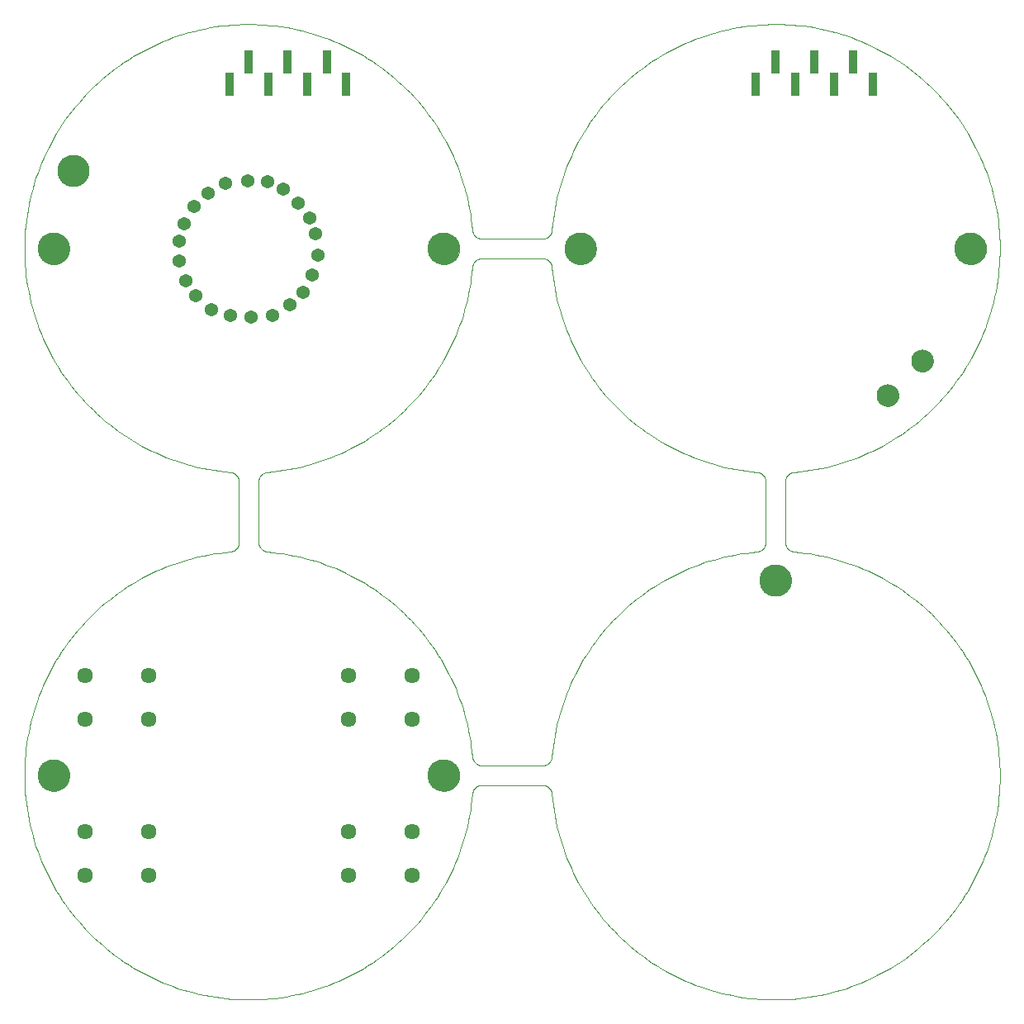
<source format=gbs>
G75*
%MOIN*%
%OFA0B0*%
%FSLAX25Y25*%
%IPPOS*%
%LPD*%
%AMOC8*
5,1,8,0,0,1.08239X$1,22.5*
%
%ADD10C,0.00000*%
%ADD11C,0.12998*%
%ADD12C,0.05400*%
%ADD13C,0.09061*%
%ADD14R,0.03746X0.09652*%
%ADD15C,0.06337*%
D10*
X0050350Y0091951D02*
X0050352Y0092109D01*
X0050358Y0092267D01*
X0050368Y0092425D01*
X0050382Y0092583D01*
X0050400Y0092740D01*
X0050421Y0092897D01*
X0050447Y0093053D01*
X0050477Y0093209D01*
X0050510Y0093364D01*
X0050548Y0093517D01*
X0050589Y0093670D01*
X0050634Y0093822D01*
X0050683Y0093973D01*
X0050736Y0094122D01*
X0050792Y0094270D01*
X0050852Y0094416D01*
X0050916Y0094561D01*
X0050984Y0094704D01*
X0051055Y0094846D01*
X0051129Y0094986D01*
X0051207Y0095123D01*
X0051289Y0095259D01*
X0051373Y0095393D01*
X0051462Y0095524D01*
X0051553Y0095653D01*
X0051648Y0095780D01*
X0051745Y0095905D01*
X0051846Y0096027D01*
X0051950Y0096146D01*
X0052057Y0096263D01*
X0052167Y0096377D01*
X0052280Y0096488D01*
X0052395Y0096597D01*
X0052513Y0096702D01*
X0052634Y0096804D01*
X0052757Y0096904D01*
X0052883Y0097000D01*
X0053011Y0097093D01*
X0053141Y0097183D01*
X0053274Y0097269D01*
X0053409Y0097353D01*
X0053545Y0097432D01*
X0053684Y0097509D01*
X0053825Y0097581D01*
X0053967Y0097651D01*
X0054111Y0097716D01*
X0054257Y0097778D01*
X0054404Y0097836D01*
X0054553Y0097891D01*
X0054703Y0097942D01*
X0054854Y0097989D01*
X0055006Y0098032D01*
X0055159Y0098071D01*
X0055314Y0098107D01*
X0055469Y0098138D01*
X0055625Y0098166D01*
X0055781Y0098190D01*
X0055938Y0098210D01*
X0056096Y0098226D01*
X0056253Y0098238D01*
X0056412Y0098246D01*
X0056570Y0098250D01*
X0056728Y0098250D01*
X0056886Y0098246D01*
X0057045Y0098238D01*
X0057202Y0098226D01*
X0057360Y0098210D01*
X0057517Y0098190D01*
X0057673Y0098166D01*
X0057829Y0098138D01*
X0057984Y0098107D01*
X0058139Y0098071D01*
X0058292Y0098032D01*
X0058444Y0097989D01*
X0058595Y0097942D01*
X0058745Y0097891D01*
X0058894Y0097836D01*
X0059041Y0097778D01*
X0059187Y0097716D01*
X0059331Y0097651D01*
X0059473Y0097581D01*
X0059614Y0097509D01*
X0059753Y0097432D01*
X0059889Y0097353D01*
X0060024Y0097269D01*
X0060157Y0097183D01*
X0060287Y0097093D01*
X0060415Y0097000D01*
X0060541Y0096904D01*
X0060664Y0096804D01*
X0060785Y0096702D01*
X0060903Y0096597D01*
X0061018Y0096488D01*
X0061131Y0096377D01*
X0061241Y0096263D01*
X0061348Y0096146D01*
X0061452Y0096027D01*
X0061553Y0095905D01*
X0061650Y0095780D01*
X0061745Y0095653D01*
X0061836Y0095524D01*
X0061925Y0095393D01*
X0062009Y0095259D01*
X0062091Y0095123D01*
X0062169Y0094986D01*
X0062243Y0094846D01*
X0062314Y0094704D01*
X0062382Y0094561D01*
X0062446Y0094416D01*
X0062506Y0094270D01*
X0062562Y0094122D01*
X0062615Y0093973D01*
X0062664Y0093822D01*
X0062709Y0093670D01*
X0062750Y0093517D01*
X0062788Y0093364D01*
X0062821Y0093209D01*
X0062851Y0093053D01*
X0062877Y0092897D01*
X0062898Y0092740D01*
X0062916Y0092583D01*
X0062930Y0092425D01*
X0062940Y0092267D01*
X0062946Y0092109D01*
X0062948Y0091951D01*
X0062946Y0091793D01*
X0062940Y0091635D01*
X0062930Y0091477D01*
X0062916Y0091319D01*
X0062898Y0091162D01*
X0062877Y0091005D01*
X0062851Y0090849D01*
X0062821Y0090693D01*
X0062788Y0090538D01*
X0062750Y0090385D01*
X0062709Y0090232D01*
X0062664Y0090080D01*
X0062615Y0089929D01*
X0062562Y0089780D01*
X0062506Y0089632D01*
X0062446Y0089486D01*
X0062382Y0089341D01*
X0062314Y0089198D01*
X0062243Y0089056D01*
X0062169Y0088916D01*
X0062091Y0088779D01*
X0062009Y0088643D01*
X0061925Y0088509D01*
X0061836Y0088378D01*
X0061745Y0088249D01*
X0061650Y0088122D01*
X0061553Y0087997D01*
X0061452Y0087875D01*
X0061348Y0087756D01*
X0061241Y0087639D01*
X0061131Y0087525D01*
X0061018Y0087414D01*
X0060903Y0087305D01*
X0060785Y0087200D01*
X0060664Y0087098D01*
X0060541Y0086998D01*
X0060415Y0086902D01*
X0060287Y0086809D01*
X0060157Y0086719D01*
X0060024Y0086633D01*
X0059889Y0086549D01*
X0059753Y0086470D01*
X0059614Y0086393D01*
X0059473Y0086321D01*
X0059331Y0086251D01*
X0059187Y0086186D01*
X0059041Y0086124D01*
X0058894Y0086066D01*
X0058745Y0086011D01*
X0058595Y0085960D01*
X0058444Y0085913D01*
X0058292Y0085870D01*
X0058139Y0085831D01*
X0057984Y0085795D01*
X0057829Y0085764D01*
X0057673Y0085736D01*
X0057517Y0085712D01*
X0057360Y0085692D01*
X0057202Y0085676D01*
X0057045Y0085664D01*
X0056886Y0085656D01*
X0056728Y0085652D01*
X0056570Y0085652D01*
X0056412Y0085656D01*
X0056253Y0085664D01*
X0056096Y0085676D01*
X0055938Y0085692D01*
X0055781Y0085712D01*
X0055625Y0085736D01*
X0055469Y0085764D01*
X0055314Y0085795D01*
X0055159Y0085831D01*
X0055006Y0085870D01*
X0054854Y0085913D01*
X0054703Y0085960D01*
X0054553Y0086011D01*
X0054404Y0086066D01*
X0054257Y0086124D01*
X0054111Y0086186D01*
X0053967Y0086251D01*
X0053825Y0086321D01*
X0053684Y0086393D01*
X0053545Y0086470D01*
X0053409Y0086549D01*
X0053274Y0086633D01*
X0053141Y0086719D01*
X0053011Y0086809D01*
X0052883Y0086902D01*
X0052757Y0086998D01*
X0052634Y0087098D01*
X0052513Y0087200D01*
X0052395Y0087305D01*
X0052280Y0087414D01*
X0052167Y0087525D01*
X0052057Y0087639D01*
X0051950Y0087756D01*
X0051846Y0087875D01*
X0051745Y0087997D01*
X0051648Y0088122D01*
X0051553Y0088249D01*
X0051462Y0088378D01*
X0051373Y0088509D01*
X0051289Y0088643D01*
X0051207Y0088779D01*
X0051129Y0088916D01*
X0051055Y0089056D01*
X0050984Y0089198D01*
X0050916Y0089341D01*
X0050852Y0089486D01*
X0050792Y0089632D01*
X0050736Y0089780D01*
X0050683Y0089929D01*
X0050634Y0090080D01*
X0050589Y0090232D01*
X0050548Y0090385D01*
X0050510Y0090538D01*
X0050477Y0090693D01*
X0050447Y0090849D01*
X0050421Y0091005D01*
X0050400Y0091162D01*
X0050382Y0091319D01*
X0050368Y0091477D01*
X0050358Y0091635D01*
X0050352Y0091793D01*
X0050350Y0091951D01*
X0127842Y0182188D02*
X0125639Y0181977D01*
X0123442Y0181712D01*
X0121253Y0181393D01*
X0119071Y0181021D01*
X0116900Y0180595D01*
X0114739Y0180117D01*
X0112591Y0179586D01*
X0110456Y0179003D01*
X0108336Y0178368D01*
X0106233Y0177681D01*
X0104146Y0176943D01*
X0102079Y0176154D01*
X0100031Y0175315D01*
X0098005Y0174426D01*
X0096000Y0173488D01*
X0094020Y0172501D01*
X0092064Y0171466D01*
X0090134Y0170384D01*
X0088230Y0169255D01*
X0086356Y0168079D01*
X0084510Y0166858D01*
X0082695Y0165593D01*
X0080911Y0164283D01*
X0079160Y0162930D01*
X0077442Y0161535D01*
X0075759Y0160098D01*
X0074111Y0158621D01*
X0072500Y0157104D01*
X0070927Y0155548D01*
X0069392Y0153953D01*
X0067897Y0152322D01*
X0066442Y0150655D01*
X0065028Y0148953D01*
X0063656Y0147216D01*
X0062327Y0145447D01*
X0061042Y0143646D01*
X0059801Y0141814D01*
X0058605Y0139952D01*
X0057455Y0138061D01*
X0056351Y0136143D01*
X0055295Y0134198D01*
X0054286Y0132229D01*
X0053326Y0130235D01*
X0052415Y0128218D01*
X0051554Y0126180D01*
X0050742Y0124121D01*
X0049982Y0122043D01*
X0049272Y0119947D01*
X0048613Y0117834D01*
X0048007Y0115706D01*
X0047452Y0113564D01*
X0046950Y0111409D01*
X0046501Y0109242D01*
X0046105Y0107064D01*
X0045763Y0104878D01*
X0045473Y0102684D01*
X0045238Y0100484D01*
X0045056Y0098279D01*
X0044929Y0096069D01*
X0044855Y0093858D01*
X0044836Y0091645D01*
X0044870Y0089432D01*
X0044959Y0087221D01*
X0045101Y0085013D01*
X0045298Y0082809D01*
X0045548Y0080610D01*
X0045852Y0078418D01*
X0046209Y0076234D01*
X0046620Y0074060D01*
X0047084Y0071896D01*
X0047600Y0069744D01*
X0048169Y0067605D01*
X0048790Y0065481D01*
X0049462Y0063373D01*
X0050186Y0061282D01*
X0050961Y0059209D01*
X0051786Y0057156D01*
X0052662Y0055123D01*
X0053586Y0053113D01*
X0054560Y0051126D01*
X0055581Y0049163D01*
X0056651Y0047225D01*
X0057767Y0045315D01*
X0058930Y0043432D01*
X0060138Y0041578D01*
X0061392Y0039754D01*
X0062689Y0037962D01*
X0064030Y0036201D01*
X0065414Y0034474D01*
X0066839Y0032782D01*
X0068305Y0031124D01*
X0069812Y0029503D01*
X0071357Y0027919D01*
X0072941Y0026374D01*
X0074562Y0024867D01*
X0076220Y0023401D01*
X0077912Y0021976D01*
X0079639Y0020592D01*
X0081400Y0019251D01*
X0083192Y0017954D01*
X0085016Y0016700D01*
X0086870Y0015492D01*
X0088753Y0014329D01*
X0090663Y0013213D01*
X0092601Y0012143D01*
X0094564Y0011122D01*
X0096551Y0010148D01*
X0098561Y0009224D01*
X0100594Y0008348D01*
X0102647Y0007523D01*
X0104720Y0006748D01*
X0106811Y0006024D01*
X0108919Y0005352D01*
X0111043Y0004731D01*
X0113182Y0004162D01*
X0115334Y0003646D01*
X0117498Y0003182D01*
X0119672Y0002771D01*
X0121856Y0002414D01*
X0124048Y0002110D01*
X0126247Y0001860D01*
X0128451Y0001663D01*
X0130659Y0001521D01*
X0132870Y0001432D01*
X0135083Y0001398D01*
X0137296Y0001417D01*
X0139507Y0001491D01*
X0141717Y0001618D01*
X0143922Y0001800D01*
X0146122Y0002035D01*
X0148316Y0002325D01*
X0150502Y0002667D01*
X0152680Y0003063D01*
X0154847Y0003512D01*
X0157002Y0004014D01*
X0159144Y0004569D01*
X0161272Y0005175D01*
X0163385Y0005834D01*
X0165481Y0006544D01*
X0167559Y0007304D01*
X0169618Y0008116D01*
X0171656Y0008977D01*
X0173673Y0009888D01*
X0175667Y0010848D01*
X0177636Y0011857D01*
X0179581Y0012913D01*
X0181499Y0014017D01*
X0183390Y0015167D01*
X0185252Y0016363D01*
X0187084Y0017604D01*
X0188885Y0018889D01*
X0190654Y0020218D01*
X0192391Y0021590D01*
X0194093Y0023004D01*
X0195760Y0024459D01*
X0197391Y0025954D01*
X0198986Y0027489D01*
X0200542Y0029062D01*
X0202059Y0030673D01*
X0203536Y0032321D01*
X0204973Y0034004D01*
X0206368Y0035722D01*
X0207721Y0037473D01*
X0209031Y0039257D01*
X0210296Y0041072D01*
X0211517Y0042918D01*
X0212693Y0044792D01*
X0213822Y0046696D01*
X0214904Y0048626D01*
X0215939Y0050582D01*
X0216926Y0052562D01*
X0217864Y0054567D01*
X0218753Y0056593D01*
X0219592Y0058641D01*
X0220381Y0060708D01*
X0221119Y0062795D01*
X0221806Y0064898D01*
X0222441Y0067018D01*
X0223024Y0069153D01*
X0223555Y0071301D01*
X0224033Y0073462D01*
X0224459Y0075633D01*
X0224831Y0077815D01*
X0225150Y0080004D01*
X0225415Y0082201D01*
X0225626Y0084404D01*
X0225625Y0084404D02*
X0225637Y0084528D01*
X0225653Y0084652D01*
X0225673Y0084775D01*
X0225697Y0084897D01*
X0225725Y0085018D01*
X0225757Y0085139D01*
X0225792Y0085258D01*
X0225831Y0085377D01*
X0225874Y0085494D01*
X0225921Y0085609D01*
X0225971Y0085723D01*
X0226025Y0085835D01*
X0226082Y0085946D01*
X0226143Y0086055D01*
X0226208Y0086162D01*
X0226275Y0086266D01*
X0226346Y0086369D01*
X0226420Y0086469D01*
X0226497Y0086567D01*
X0226578Y0086662D01*
X0226661Y0086755D01*
X0226747Y0086845D01*
X0226836Y0086932D01*
X0226928Y0087016D01*
X0227022Y0087098D01*
X0227119Y0087176D01*
X0227218Y0087251D01*
X0227319Y0087324D01*
X0227423Y0087392D01*
X0227529Y0087458D01*
X0227637Y0087520D01*
X0227747Y0087579D01*
X0227859Y0087634D01*
X0227972Y0087686D01*
X0228087Y0087734D01*
X0228203Y0087778D01*
X0228321Y0087819D01*
X0228440Y0087856D01*
X0228560Y0087889D01*
X0228681Y0087918D01*
X0228803Y0087944D01*
X0228926Y0087966D01*
X0229049Y0087983D01*
X0229173Y0087997D01*
X0229297Y0088007D01*
X0229422Y0088013D01*
X0229546Y0088015D01*
X0229547Y0088014D02*
X0253830Y0088014D01*
X0253830Y0088015D02*
X0253954Y0088013D01*
X0254079Y0088007D01*
X0254203Y0087997D01*
X0254327Y0087983D01*
X0254450Y0087966D01*
X0254573Y0087944D01*
X0254695Y0087918D01*
X0254816Y0087889D01*
X0254936Y0087856D01*
X0255055Y0087819D01*
X0255173Y0087778D01*
X0255289Y0087734D01*
X0255404Y0087686D01*
X0255517Y0087634D01*
X0255629Y0087579D01*
X0255739Y0087520D01*
X0255847Y0087458D01*
X0255953Y0087392D01*
X0256057Y0087324D01*
X0256158Y0087251D01*
X0256257Y0087176D01*
X0256354Y0087098D01*
X0256448Y0087016D01*
X0256540Y0086932D01*
X0256629Y0086845D01*
X0256715Y0086755D01*
X0256798Y0086662D01*
X0256879Y0086567D01*
X0256956Y0086469D01*
X0257030Y0086369D01*
X0257101Y0086266D01*
X0257168Y0086162D01*
X0257233Y0086055D01*
X0257294Y0085946D01*
X0257351Y0085835D01*
X0257405Y0085723D01*
X0257455Y0085609D01*
X0257502Y0085494D01*
X0257545Y0085377D01*
X0257584Y0085258D01*
X0257619Y0085139D01*
X0257651Y0085018D01*
X0257679Y0084897D01*
X0257703Y0084775D01*
X0257723Y0084652D01*
X0257739Y0084528D01*
X0257751Y0084404D01*
X0253830Y0095888D02*
X0229547Y0095888D01*
X0229546Y0095888D02*
X0229422Y0095890D01*
X0229297Y0095896D01*
X0229173Y0095906D01*
X0229049Y0095920D01*
X0228926Y0095937D01*
X0228803Y0095959D01*
X0228681Y0095985D01*
X0228560Y0096014D01*
X0228440Y0096047D01*
X0228321Y0096084D01*
X0228203Y0096125D01*
X0228087Y0096169D01*
X0227972Y0096217D01*
X0227859Y0096269D01*
X0227747Y0096324D01*
X0227637Y0096383D01*
X0227529Y0096445D01*
X0227423Y0096511D01*
X0227319Y0096579D01*
X0227218Y0096652D01*
X0227119Y0096727D01*
X0227022Y0096805D01*
X0226928Y0096887D01*
X0226836Y0096971D01*
X0226747Y0097058D01*
X0226661Y0097148D01*
X0226578Y0097241D01*
X0226497Y0097336D01*
X0226420Y0097434D01*
X0226346Y0097534D01*
X0226275Y0097637D01*
X0226208Y0097741D01*
X0226143Y0097848D01*
X0226082Y0097957D01*
X0226025Y0098068D01*
X0225971Y0098180D01*
X0225921Y0098294D01*
X0225874Y0098409D01*
X0225831Y0098526D01*
X0225792Y0098645D01*
X0225757Y0098764D01*
X0225725Y0098885D01*
X0225697Y0099006D01*
X0225673Y0099128D01*
X0225653Y0099251D01*
X0225637Y0099375D01*
X0225625Y0099499D01*
X0207830Y0091951D02*
X0207832Y0092109D01*
X0207838Y0092267D01*
X0207848Y0092425D01*
X0207862Y0092583D01*
X0207880Y0092740D01*
X0207901Y0092897D01*
X0207927Y0093053D01*
X0207957Y0093209D01*
X0207990Y0093364D01*
X0208028Y0093517D01*
X0208069Y0093670D01*
X0208114Y0093822D01*
X0208163Y0093973D01*
X0208216Y0094122D01*
X0208272Y0094270D01*
X0208332Y0094416D01*
X0208396Y0094561D01*
X0208464Y0094704D01*
X0208535Y0094846D01*
X0208609Y0094986D01*
X0208687Y0095123D01*
X0208769Y0095259D01*
X0208853Y0095393D01*
X0208942Y0095524D01*
X0209033Y0095653D01*
X0209128Y0095780D01*
X0209225Y0095905D01*
X0209326Y0096027D01*
X0209430Y0096146D01*
X0209537Y0096263D01*
X0209647Y0096377D01*
X0209760Y0096488D01*
X0209875Y0096597D01*
X0209993Y0096702D01*
X0210114Y0096804D01*
X0210237Y0096904D01*
X0210363Y0097000D01*
X0210491Y0097093D01*
X0210621Y0097183D01*
X0210754Y0097269D01*
X0210889Y0097353D01*
X0211025Y0097432D01*
X0211164Y0097509D01*
X0211305Y0097581D01*
X0211447Y0097651D01*
X0211591Y0097716D01*
X0211737Y0097778D01*
X0211884Y0097836D01*
X0212033Y0097891D01*
X0212183Y0097942D01*
X0212334Y0097989D01*
X0212486Y0098032D01*
X0212639Y0098071D01*
X0212794Y0098107D01*
X0212949Y0098138D01*
X0213105Y0098166D01*
X0213261Y0098190D01*
X0213418Y0098210D01*
X0213576Y0098226D01*
X0213733Y0098238D01*
X0213892Y0098246D01*
X0214050Y0098250D01*
X0214208Y0098250D01*
X0214366Y0098246D01*
X0214525Y0098238D01*
X0214682Y0098226D01*
X0214840Y0098210D01*
X0214997Y0098190D01*
X0215153Y0098166D01*
X0215309Y0098138D01*
X0215464Y0098107D01*
X0215619Y0098071D01*
X0215772Y0098032D01*
X0215924Y0097989D01*
X0216075Y0097942D01*
X0216225Y0097891D01*
X0216374Y0097836D01*
X0216521Y0097778D01*
X0216667Y0097716D01*
X0216811Y0097651D01*
X0216953Y0097581D01*
X0217094Y0097509D01*
X0217233Y0097432D01*
X0217369Y0097353D01*
X0217504Y0097269D01*
X0217637Y0097183D01*
X0217767Y0097093D01*
X0217895Y0097000D01*
X0218021Y0096904D01*
X0218144Y0096804D01*
X0218265Y0096702D01*
X0218383Y0096597D01*
X0218498Y0096488D01*
X0218611Y0096377D01*
X0218721Y0096263D01*
X0218828Y0096146D01*
X0218932Y0096027D01*
X0219033Y0095905D01*
X0219130Y0095780D01*
X0219225Y0095653D01*
X0219316Y0095524D01*
X0219405Y0095393D01*
X0219489Y0095259D01*
X0219571Y0095123D01*
X0219649Y0094986D01*
X0219723Y0094846D01*
X0219794Y0094704D01*
X0219862Y0094561D01*
X0219926Y0094416D01*
X0219986Y0094270D01*
X0220042Y0094122D01*
X0220095Y0093973D01*
X0220144Y0093822D01*
X0220189Y0093670D01*
X0220230Y0093517D01*
X0220268Y0093364D01*
X0220301Y0093209D01*
X0220331Y0093053D01*
X0220357Y0092897D01*
X0220378Y0092740D01*
X0220396Y0092583D01*
X0220410Y0092425D01*
X0220420Y0092267D01*
X0220426Y0092109D01*
X0220428Y0091951D01*
X0220426Y0091793D01*
X0220420Y0091635D01*
X0220410Y0091477D01*
X0220396Y0091319D01*
X0220378Y0091162D01*
X0220357Y0091005D01*
X0220331Y0090849D01*
X0220301Y0090693D01*
X0220268Y0090538D01*
X0220230Y0090385D01*
X0220189Y0090232D01*
X0220144Y0090080D01*
X0220095Y0089929D01*
X0220042Y0089780D01*
X0219986Y0089632D01*
X0219926Y0089486D01*
X0219862Y0089341D01*
X0219794Y0089198D01*
X0219723Y0089056D01*
X0219649Y0088916D01*
X0219571Y0088779D01*
X0219489Y0088643D01*
X0219405Y0088509D01*
X0219316Y0088378D01*
X0219225Y0088249D01*
X0219130Y0088122D01*
X0219033Y0087997D01*
X0218932Y0087875D01*
X0218828Y0087756D01*
X0218721Y0087639D01*
X0218611Y0087525D01*
X0218498Y0087414D01*
X0218383Y0087305D01*
X0218265Y0087200D01*
X0218144Y0087098D01*
X0218021Y0086998D01*
X0217895Y0086902D01*
X0217767Y0086809D01*
X0217637Y0086719D01*
X0217504Y0086633D01*
X0217369Y0086549D01*
X0217233Y0086470D01*
X0217094Y0086393D01*
X0216953Y0086321D01*
X0216811Y0086251D01*
X0216667Y0086186D01*
X0216521Y0086124D01*
X0216374Y0086066D01*
X0216225Y0086011D01*
X0216075Y0085960D01*
X0215924Y0085913D01*
X0215772Y0085870D01*
X0215619Y0085831D01*
X0215464Y0085795D01*
X0215309Y0085764D01*
X0215153Y0085736D01*
X0214997Y0085712D01*
X0214840Y0085692D01*
X0214682Y0085676D01*
X0214525Y0085664D01*
X0214366Y0085656D01*
X0214208Y0085652D01*
X0214050Y0085652D01*
X0213892Y0085656D01*
X0213733Y0085664D01*
X0213576Y0085676D01*
X0213418Y0085692D01*
X0213261Y0085712D01*
X0213105Y0085736D01*
X0212949Y0085764D01*
X0212794Y0085795D01*
X0212639Y0085831D01*
X0212486Y0085870D01*
X0212334Y0085913D01*
X0212183Y0085960D01*
X0212033Y0086011D01*
X0211884Y0086066D01*
X0211737Y0086124D01*
X0211591Y0086186D01*
X0211447Y0086251D01*
X0211305Y0086321D01*
X0211164Y0086393D01*
X0211025Y0086470D01*
X0210889Y0086549D01*
X0210754Y0086633D01*
X0210621Y0086719D01*
X0210491Y0086809D01*
X0210363Y0086902D01*
X0210237Y0086998D01*
X0210114Y0087098D01*
X0209993Y0087200D01*
X0209875Y0087305D01*
X0209760Y0087414D01*
X0209647Y0087525D01*
X0209537Y0087639D01*
X0209430Y0087756D01*
X0209326Y0087875D01*
X0209225Y0087997D01*
X0209128Y0088122D01*
X0209033Y0088249D01*
X0208942Y0088378D01*
X0208853Y0088509D01*
X0208769Y0088643D01*
X0208687Y0088779D01*
X0208609Y0088916D01*
X0208535Y0089056D01*
X0208464Y0089198D01*
X0208396Y0089341D01*
X0208332Y0089486D01*
X0208272Y0089632D01*
X0208216Y0089780D01*
X0208163Y0089929D01*
X0208114Y0090080D01*
X0208069Y0090232D01*
X0208028Y0090385D01*
X0207990Y0090538D01*
X0207957Y0090693D01*
X0207927Y0090849D01*
X0207901Y0091005D01*
X0207880Y0091162D01*
X0207862Y0091319D01*
X0207848Y0091477D01*
X0207838Y0091635D01*
X0207832Y0091793D01*
X0207830Y0091951D01*
X0253830Y0095888D02*
X0253954Y0095890D01*
X0254079Y0095896D01*
X0254203Y0095906D01*
X0254327Y0095920D01*
X0254450Y0095937D01*
X0254573Y0095959D01*
X0254695Y0095985D01*
X0254816Y0096014D01*
X0254936Y0096047D01*
X0255055Y0096084D01*
X0255173Y0096125D01*
X0255289Y0096169D01*
X0255404Y0096217D01*
X0255517Y0096269D01*
X0255629Y0096324D01*
X0255739Y0096383D01*
X0255847Y0096445D01*
X0255953Y0096511D01*
X0256057Y0096579D01*
X0256158Y0096652D01*
X0256257Y0096727D01*
X0256354Y0096805D01*
X0256448Y0096887D01*
X0256540Y0096971D01*
X0256629Y0097058D01*
X0256715Y0097148D01*
X0256798Y0097241D01*
X0256879Y0097336D01*
X0256956Y0097434D01*
X0257030Y0097534D01*
X0257101Y0097637D01*
X0257168Y0097741D01*
X0257233Y0097848D01*
X0257294Y0097957D01*
X0257351Y0098068D01*
X0257405Y0098180D01*
X0257455Y0098294D01*
X0257502Y0098409D01*
X0257545Y0098526D01*
X0257584Y0098645D01*
X0257619Y0098764D01*
X0257651Y0098885D01*
X0257679Y0099006D01*
X0257703Y0099128D01*
X0257723Y0099251D01*
X0257739Y0099375D01*
X0257751Y0099499D01*
X0257752Y0099498D02*
X0257961Y0101680D01*
X0258223Y0103856D01*
X0258537Y0106025D01*
X0258904Y0108186D01*
X0259323Y0110338D01*
X0259794Y0112478D01*
X0260317Y0114607D01*
X0260891Y0116722D01*
X0261516Y0118823D01*
X0262191Y0120908D01*
X0262917Y0122976D01*
X0263693Y0125026D01*
X0264518Y0127056D01*
X0265392Y0129066D01*
X0266315Y0131054D01*
X0267285Y0133020D01*
X0268303Y0134961D01*
X0269367Y0136877D01*
X0270477Y0138767D01*
X0271633Y0140629D01*
X0272833Y0142463D01*
X0274078Y0144267D01*
X0275366Y0146040D01*
X0276696Y0147782D01*
X0278068Y0149491D01*
X0279481Y0151167D01*
X0280935Y0152807D01*
X0282427Y0154412D01*
X0283958Y0155981D01*
X0285527Y0157512D01*
X0287132Y0159004D01*
X0288772Y0160458D01*
X0290448Y0161871D01*
X0292157Y0163243D01*
X0293899Y0164573D01*
X0295672Y0165861D01*
X0297476Y0167106D01*
X0299310Y0168306D01*
X0301172Y0169462D01*
X0303062Y0170572D01*
X0304978Y0171636D01*
X0306919Y0172654D01*
X0308885Y0173624D01*
X0310873Y0174547D01*
X0312883Y0175421D01*
X0314913Y0176246D01*
X0316963Y0177022D01*
X0319031Y0177748D01*
X0321116Y0178423D01*
X0323217Y0179048D01*
X0325332Y0179622D01*
X0327461Y0180145D01*
X0329601Y0180616D01*
X0331753Y0181035D01*
X0333914Y0181402D01*
X0336083Y0181716D01*
X0338259Y0181978D01*
X0340441Y0182187D01*
X0340440Y0182187D02*
X0340564Y0182199D01*
X0340688Y0182215D01*
X0340811Y0182235D01*
X0340933Y0182259D01*
X0341054Y0182287D01*
X0341175Y0182319D01*
X0341294Y0182354D01*
X0341413Y0182393D01*
X0341530Y0182436D01*
X0341645Y0182483D01*
X0341759Y0182533D01*
X0341871Y0182587D01*
X0341982Y0182644D01*
X0342091Y0182705D01*
X0342198Y0182770D01*
X0342302Y0182837D01*
X0342405Y0182908D01*
X0342505Y0182982D01*
X0342603Y0183059D01*
X0342698Y0183140D01*
X0342791Y0183223D01*
X0342881Y0183309D01*
X0342968Y0183398D01*
X0343052Y0183490D01*
X0343134Y0183584D01*
X0343212Y0183681D01*
X0343287Y0183780D01*
X0343360Y0183881D01*
X0343428Y0183985D01*
X0343494Y0184091D01*
X0343556Y0184199D01*
X0343615Y0184309D01*
X0343670Y0184421D01*
X0343722Y0184534D01*
X0343770Y0184649D01*
X0343814Y0184765D01*
X0343855Y0184883D01*
X0343892Y0185002D01*
X0343925Y0185122D01*
X0343954Y0185243D01*
X0343980Y0185365D01*
X0344002Y0185488D01*
X0344019Y0185611D01*
X0344033Y0185735D01*
X0344043Y0185859D01*
X0344049Y0185984D01*
X0344051Y0186108D01*
X0344050Y0186109D02*
X0344050Y0210392D01*
X0344051Y0210392D02*
X0344049Y0210516D01*
X0344043Y0210641D01*
X0344033Y0210765D01*
X0344019Y0210889D01*
X0344002Y0211012D01*
X0343980Y0211135D01*
X0343954Y0211257D01*
X0343925Y0211378D01*
X0343892Y0211498D01*
X0343855Y0211617D01*
X0343814Y0211735D01*
X0343770Y0211851D01*
X0343722Y0211966D01*
X0343670Y0212079D01*
X0343615Y0212191D01*
X0343556Y0212301D01*
X0343494Y0212409D01*
X0343428Y0212515D01*
X0343360Y0212619D01*
X0343287Y0212720D01*
X0343212Y0212819D01*
X0343134Y0212916D01*
X0343052Y0213010D01*
X0342968Y0213102D01*
X0342881Y0213191D01*
X0342791Y0213277D01*
X0342698Y0213360D01*
X0342603Y0213441D01*
X0342505Y0213518D01*
X0342405Y0213592D01*
X0342302Y0213663D01*
X0342198Y0213730D01*
X0342091Y0213795D01*
X0341982Y0213856D01*
X0341871Y0213913D01*
X0341759Y0213967D01*
X0341645Y0214017D01*
X0341530Y0214064D01*
X0341413Y0214107D01*
X0341294Y0214146D01*
X0341175Y0214181D01*
X0341054Y0214213D01*
X0340933Y0214241D01*
X0340811Y0214265D01*
X0340688Y0214285D01*
X0340564Y0214301D01*
X0340440Y0214313D01*
X0351924Y0210392D02*
X0351924Y0186109D01*
X0351924Y0186108D02*
X0351926Y0185984D01*
X0351932Y0185859D01*
X0351942Y0185735D01*
X0351956Y0185611D01*
X0351973Y0185488D01*
X0351995Y0185365D01*
X0352021Y0185243D01*
X0352050Y0185122D01*
X0352083Y0185002D01*
X0352120Y0184883D01*
X0352161Y0184765D01*
X0352205Y0184649D01*
X0352253Y0184534D01*
X0352305Y0184421D01*
X0352360Y0184309D01*
X0352419Y0184199D01*
X0352481Y0184091D01*
X0352547Y0183985D01*
X0352615Y0183881D01*
X0352688Y0183780D01*
X0352763Y0183681D01*
X0352841Y0183584D01*
X0352923Y0183490D01*
X0353007Y0183398D01*
X0353094Y0183309D01*
X0353184Y0183223D01*
X0353277Y0183140D01*
X0353372Y0183059D01*
X0353470Y0182982D01*
X0353570Y0182908D01*
X0353673Y0182837D01*
X0353777Y0182770D01*
X0353884Y0182705D01*
X0353993Y0182644D01*
X0354104Y0182587D01*
X0354216Y0182533D01*
X0354330Y0182483D01*
X0354445Y0182436D01*
X0354562Y0182393D01*
X0354681Y0182354D01*
X0354800Y0182319D01*
X0354921Y0182287D01*
X0355042Y0182259D01*
X0355164Y0182235D01*
X0355287Y0182215D01*
X0355411Y0182199D01*
X0355535Y0182187D01*
X0341688Y0170691D02*
X0341690Y0170849D01*
X0341696Y0171007D01*
X0341706Y0171165D01*
X0341720Y0171323D01*
X0341738Y0171480D01*
X0341759Y0171637D01*
X0341785Y0171793D01*
X0341815Y0171949D01*
X0341848Y0172104D01*
X0341886Y0172257D01*
X0341927Y0172410D01*
X0341972Y0172562D01*
X0342021Y0172713D01*
X0342074Y0172862D01*
X0342130Y0173010D01*
X0342190Y0173156D01*
X0342254Y0173301D01*
X0342322Y0173444D01*
X0342393Y0173586D01*
X0342467Y0173726D01*
X0342545Y0173863D01*
X0342627Y0173999D01*
X0342711Y0174133D01*
X0342800Y0174264D01*
X0342891Y0174393D01*
X0342986Y0174520D01*
X0343083Y0174645D01*
X0343184Y0174767D01*
X0343288Y0174886D01*
X0343395Y0175003D01*
X0343505Y0175117D01*
X0343618Y0175228D01*
X0343733Y0175337D01*
X0343851Y0175442D01*
X0343972Y0175544D01*
X0344095Y0175644D01*
X0344221Y0175740D01*
X0344349Y0175833D01*
X0344479Y0175923D01*
X0344612Y0176009D01*
X0344747Y0176093D01*
X0344883Y0176172D01*
X0345022Y0176249D01*
X0345163Y0176321D01*
X0345305Y0176391D01*
X0345449Y0176456D01*
X0345595Y0176518D01*
X0345742Y0176576D01*
X0345891Y0176631D01*
X0346041Y0176682D01*
X0346192Y0176729D01*
X0346344Y0176772D01*
X0346497Y0176811D01*
X0346652Y0176847D01*
X0346807Y0176878D01*
X0346963Y0176906D01*
X0347119Y0176930D01*
X0347276Y0176950D01*
X0347434Y0176966D01*
X0347591Y0176978D01*
X0347750Y0176986D01*
X0347908Y0176990D01*
X0348066Y0176990D01*
X0348224Y0176986D01*
X0348383Y0176978D01*
X0348540Y0176966D01*
X0348698Y0176950D01*
X0348855Y0176930D01*
X0349011Y0176906D01*
X0349167Y0176878D01*
X0349322Y0176847D01*
X0349477Y0176811D01*
X0349630Y0176772D01*
X0349782Y0176729D01*
X0349933Y0176682D01*
X0350083Y0176631D01*
X0350232Y0176576D01*
X0350379Y0176518D01*
X0350525Y0176456D01*
X0350669Y0176391D01*
X0350811Y0176321D01*
X0350952Y0176249D01*
X0351091Y0176172D01*
X0351227Y0176093D01*
X0351362Y0176009D01*
X0351495Y0175923D01*
X0351625Y0175833D01*
X0351753Y0175740D01*
X0351879Y0175644D01*
X0352002Y0175544D01*
X0352123Y0175442D01*
X0352241Y0175337D01*
X0352356Y0175228D01*
X0352469Y0175117D01*
X0352579Y0175003D01*
X0352686Y0174886D01*
X0352790Y0174767D01*
X0352891Y0174645D01*
X0352988Y0174520D01*
X0353083Y0174393D01*
X0353174Y0174264D01*
X0353263Y0174133D01*
X0353347Y0173999D01*
X0353429Y0173863D01*
X0353507Y0173726D01*
X0353581Y0173586D01*
X0353652Y0173444D01*
X0353720Y0173301D01*
X0353784Y0173156D01*
X0353844Y0173010D01*
X0353900Y0172862D01*
X0353953Y0172713D01*
X0354002Y0172562D01*
X0354047Y0172410D01*
X0354088Y0172257D01*
X0354126Y0172104D01*
X0354159Y0171949D01*
X0354189Y0171793D01*
X0354215Y0171637D01*
X0354236Y0171480D01*
X0354254Y0171323D01*
X0354268Y0171165D01*
X0354278Y0171007D01*
X0354284Y0170849D01*
X0354286Y0170691D01*
X0354284Y0170533D01*
X0354278Y0170375D01*
X0354268Y0170217D01*
X0354254Y0170059D01*
X0354236Y0169902D01*
X0354215Y0169745D01*
X0354189Y0169589D01*
X0354159Y0169433D01*
X0354126Y0169278D01*
X0354088Y0169125D01*
X0354047Y0168972D01*
X0354002Y0168820D01*
X0353953Y0168669D01*
X0353900Y0168520D01*
X0353844Y0168372D01*
X0353784Y0168226D01*
X0353720Y0168081D01*
X0353652Y0167938D01*
X0353581Y0167796D01*
X0353507Y0167656D01*
X0353429Y0167519D01*
X0353347Y0167383D01*
X0353263Y0167249D01*
X0353174Y0167118D01*
X0353083Y0166989D01*
X0352988Y0166862D01*
X0352891Y0166737D01*
X0352790Y0166615D01*
X0352686Y0166496D01*
X0352579Y0166379D01*
X0352469Y0166265D01*
X0352356Y0166154D01*
X0352241Y0166045D01*
X0352123Y0165940D01*
X0352002Y0165838D01*
X0351879Y0165738D01*
X0351753Y0165642D01*
X0351625Y0165549D01*
X0351495Y0165459D01*
X0351362Y0165373D01*
X0351227Y0165289D01*
X0351091Y0165210D01*
X0350952Y0165133D01*
X0350811Y0165061D01*
X0350669Y0164991D01*
X0350525Y0164926D01*
X0350379Y0164864D01*
X0350232Y0164806D01*
X0350083Y0164751D01*
X0349933Y0164700D01*
X0349782Y0164653D01*
X0349630Y0164610D01*
X0349477Y0164571D01*
X0349322Y0164535D01*
X0349167Y0164504D01*
X0349011Y0164476D01*
X0348855Y0164452D01*
X0348698Y0164432D01*
X0348540Y0164416D01*
X0348383Y0164404D01*
X0348224Y0164396D01*
X0348066Y0164392D01*
X0347908Y0164392D01*
X0347750Y0164396D01*
X0347591Y0164404D01*
X0347434Y0164416D01*
X0347276Y0164432D01*
X0347119Y0164452D01*
X0346963Y0164476D01*
X0346807Y0164504D01*
X0346652Y0164535D01*
X0346497Y0164571D01*
X0346344Y0164610D01*
X0346192Y0164653D01*
X0346041Y0164700D01*
X0345891Y0164751D01*
X0345742Y0164806D01*
X0345595Y0164864D01*
X0345449Y0164926D01*
X0345305Y0164991D01*
X0345163Y0165061D01*
X0345022Y0165133D01*
X0344883Y0165210D01*
X0344747Y0165289D01*
X0344612Y0165373D01*
X0344479Y0165459D01*
X0344349Y0165549D01*
X0344221Y0165642D01*
X0344095Y0165738D01*
X0343972Y0165838D01*
X0343851Y0165940D01*
X0343733Y0166045D01*
X0343618Y0166154D01*
X0343505Y0166265D01*
X0343395Y0166379D01*
X0343288Y0166496D01*
X0343184Y0166615D01*
X0343083Y0166737D01*
X0342986Y0166862D01*
X0342891Y0166989D01*
X0342800Y0167118D01*
X0342711Y0167249D01*
X0342627Y0167383D01*
X0342545Y0167519D01*
X0342467Y0167656D01*
X0342393Y0167796D01*
X0342322Y0167938D01*
X0342254Y0168081D01*
X0342190Y0168226D01*
X0342130Y0168372D01*
X0342074Y0168520D01*
X0342021Y0168669D01*
X0341972Y0168820D01*
X0341927Y0168972D01*
X0341886Y0169125D01*
X0341848Y0169278D01*
X0341815Y0169433D01*
X0341785Y0169589D01*
X0341759Y0169745D01*
X0341738Y0169902D01*
X0341720Y0170059D01*
X0341706Y0170217D01*
X0341696Y0170375D01*
X0341690Y0170533D01*
X0341688Y0170691D01*
X0351924Y0210392D02*
X0351926Y0210516D01*
X0351932Y0210641D01*
X0351942Y0210765D01*
X0351956Y0210889D01*
X0351973Y0211012D01*
X0351995Y0211135D01*
X0352021Y0211257D01*
X0352050Y0211378D01*
X0352083Y0211498D01*
X0352120Y0211617D01*
X0352161Y0211735D01*
X0352205Y0211851D01*
X0352253Y0211966D01*
X0352305Y0212079D01*
X0352360Y0212191D01*
X0352419Y0212301D01*
X0352481Y0212409D01*
X0352547Y0212515D01*
X0352615Y0212619D01*
X0352688Y0212720D01*
X0352763Y0212819D01*
X0352841Y0212916D01*
X0352923Y0213010D01*
X0353007Y0213102D01*
X0353094Y0213191D01*
X0353184Y0213277D01*
X0353277Y0213360D01*
X0353372Y0213441D01*
X0353470Y0213518D01*
X0353570Y0213592D01*
X0353673Y0213663D01*
X0353777Y0213730D01*
X0353884Y0213795D01*
X0353993Y0213856D01*
X0354104Y0213913D01*
X0354216Y0213967D01*
X0354330Y0214017D01*
X0354445Y0214064D01*
X0354562Y0214107D01*
X0354681Y0214146D01*
X0354800Y0214181D01*
X0354921Y0214213D01*
X0355042Y0214241D01*
X0355164Y0214265D01*
X0355287Y0214285D01*
X0355411Y0214301D01*
X0355535Y0214313D01*
X0388961Y0245326D02*
X0388963Y0245457D01*
X0388969Y0245589D01*
X0388979Y0245720D01*
X0388993Y0245851D01*
X0389011Y0245981D01*
X0389033Y0246110D01*
X0389058Y0246239D01*
X0389088Y0246367D01*
X0389122Y0246494D01*
X0389159Y0246621D01*
X0389200Y0246745D01*
X0389245Y0246869D01*
X0389294Y0246991D01*
X0389346Y0247112D01*
X0389402Y0247230D01*
X0389462Y0247348D01*
X0389525Y0247463D01*
X0389592Y0247576D01*
X0389662Y0247688D01*
X0389735Y0247797D01*
X0389811Y0247903D01*
X0389891Y0248008D01*
X0389974Y0248110D01*
X0390060Y0248209D01*
X0390149Y0248306D01*
X0390241Y0248400D01*
X0390336Y0248491D01*
X0390433Y0248580D01*
X0390533Y0248665D01*
X0390636Y0248747D01*
X0390741Y0248826D01*
X0390848Y0248902D01*
X0390958Y0248974D01*
X0391070Y0249043D01*
X0391184Y0249109D01*
X0391299Y0249171D01*
X0391417Y0249230D01*
X0391536Y0249285D01*
X0391657Y0249337D01*
X0391780Y0249384D01*
X0391904Y0249428D01*
X0392029Y0249469D01*
X0392155Y0249505D01*
X0392283Y0249538D01*
X0392411Y0249566D01*
X0392540Y0249591D01*
X0392670Y0249612D01*
X0392800Y0249629D01*
X0392931Y0249642D01*
X0393062Y0249651D01*
X0393193Y0249656D01*
X0393325Y0249657D01*
X0393456Y0249654D01*
X0393588Y0249647D01*
X0393719Y0249636D01*
X0393849Y0249621D01*
X0393979Y0249602D01*
X0394109Y0249579D01*
X0394237Y0249553D01*
X0394365Y0249522D01*
X0394492Y0249487D01*
X0394618Y0249449D01*
X0394742Y0249407D01*
X0394866Y0249361D01*
X0394987Y0249311D01*
X0395107Y0249258D01*
X0395226Y0249201D01*
X0395343Y0249141D01*
X0395457Y0249077D01*
X0395570Y0249009D01*
X0395681Y0248938D01*
X0395790Y0248864D01*
X0395896Y0248787D01*
X0396000Y0248706D01*
X0396101Y0248623D01*
X0396200Y0248536D01*
X0396296Y0248446D01*
X0396389Y0248353D01*
X0396480Y0248258D01*
X0396567Y0248160D01*
X0396652Y0248059D01*
X0396733Y0247956D01*
X0396811Y0247850D01*
X0396886Y0247742D01*
X0396958Y0247632D01*
X0397026Y0247520D01*
X0397091Y0247406D01*
X0397152Y0247289D01*
X0397210Y0247171D01*
X0397264Y0247051D01*
X0397315Y0246930D01*
X0397362Y0246807D01*
X0397405Y0246683D01*
X0397444Y0246558D01*
X0397480Y0246431D01*
X0397511Y0246303D01*
X0397539Y0246175D01*
X0397563Y0246046D01*
X0397583Y0245916D01*
X0397599Y0245785D01*
X0397611Y0245654D01*
X0397619Y0245523D01*
X0397623Y0245392D01*
X0397623Y0245260D01*
X0397619Y0245129D01*
X0397611Y0244998D01*
X0397599Y0244867D01*
X0397583Y0244736D01*
X0397563Y0244606D01*
X0397539Y0244477D01*
X0397511Y0244349D01*
X0397480Y0244221D01*
X0397444Y0244094D01*
X0397405Y0243969D01*
X0397362Y0243845D01*
X0397315Y0243722D01*
X0397264Y0243601D01*
X0397210Y0243481D01*
X0397152Y0243363D01*
X0397091Y0243246D01*
X0397026Y0243132D01*
X0396958Y0243020D01*
X0396886Y0242910D01*
X0396811Y0242802D01*
X0396733Y0242696D01*
X0396652Y0242593D01*
X0396567Y0242492D01*
X0396480Y0242394D01*
X0396389Y0242299D01*
X0396296Y0242206D01*
X0396200Y0242116D01*
X0396101Y0242029D01*
X0396000Y0241946D01*
X0395896Y0241865D01*
X0395790Y0241788D01*
X0395681Y0241714D01*
X0395570Y0241643D01*
X0395458Y0241575D01*
X0395343Y0241511D01*
X0395226Y0241451D01*
X0395107Y0241394D01*
X0394987Y0241341D01*
X0394866Y0241291D01*
X0394742Y0241245D01*
X0394618Y0241203D01*
X0394492Y0241165D01*
X0394365Y0241130D01*
X0394237Y0241099D01*
X0394109Y0241073D01*
X0393979Y0241050D01*
X0393849Y0241031D01*
X0393719Y0241016D01*
X0393588Y0241005D01*
X0393456Y0240998D01*
X0393325Y0240995D01*
X0393193Y0240996D01*
X0393062Y0241001D01*
X0392931Y0241010D01*
X0392800Y0241023D01*
X0392670Y0241040D01*
X0392540Y0241061D01*
X0392411Y0241086D01*
X0392283Y0241114D01*
X0392155Y0241147D01*
X0392029Y0241183D01*
X0391904Y0241224D01*
X0391780Y0241268D01*
X0391657Y0241315D01*
X0391536Y0241367D01*
X0391417Y0241422D01*
X0391299Y0241481D01*
X0391184Y0241543D01*
X0391070Y0241609D01*
X0390958Y0241678D01*
X0390848Y0241750D01*
X0390741Y0241826D01*
X0390636Y0241905D01*
X0390533Y0241987D01*
X0390433Y0242072D01*
X0390336Y0242161D01*
X0390241Y0242252D01*
X0390149Y0242346D01*
X0390060Y0242443D01*
X0389974Y0242542D01*
X0389891Y0242644D01*
X0389811Y0242749D01*
X0389735Y0242855D01*
X0389662Y0242964D01*
X0389592Y0243076D01*
X0389525Y0243189D01*
X0389462Y0243304D01*
X0389402Y0243422D01*
X0389346Y0243540D01*
X0389294Y0243661D01*
X0389245Y0243783D01*
X0389200Y0243907D01*
X0389159Y0244031D01*
X0389122Y0244158D01*
X0389088Y0244285D01*
X0389058Y0244413D01*
X0389033Y0244542D01*
X0389011Y0244671D01*
X0388993Y0244801D01*
X0388979Y0244932D01*
X0388969Y0245063D01*
X0388963Y0245195D01*
X0388961Y0245326D01*
X0402880Y0259245D02*
X0402882Y0259376D01*
X0402888Y0259508D01*
X0402898Y0259639D01*
X0402912Y0259770D01*
X0402930Y0259900D01*
X0402952Y0260029D01*
X0402977Y0260158D01*
X0403007Y0260286D01*
X0403041Y0260413D01*
X0403078Y0260540D01*
X0403119Y0260664D01*
X0403164Y0260788D01*
X0403213Y0260910D01*
X0403265Y0261031D01*
X0403321Y0261149D01*
X0403381Y0261267D01*
X0403444Y0261382D01*
X0403511Y0261495D01*
X0403581Y0261607D01*
X0403654Y0261716D01*
X0403730Y0261822D01*
X0403810Y0261927D01*
X0403893Y0262029D01*
X0403979Y0262128D01*
X0404068Y0262225D01*
X0404160Y0262319D01*
X0404255Y0262410D01*
X0404352Y0262499D01*
X0404452Y0262584D01*
X0404555Y0262666D01*
X0404660Y0262745D01*
X0404767Y0262821D01*
X0404877Y0262893D01*
X0404989Y0262962D01*
X0405103Y0263028D01*
X0405218Y0263090D01*
X0405336Y0263149D01*
X0405455Y0263204D01*
X0405576Y0263256D01*
X0405699Y0263303D01*
X0405823Y0263347D01*
X0405948Y0263388D01*
X0406074Y0263424D01*
X0406202Y0263457D01*
X0406330Y0263485D01*
X0406459Y0263510D01*
X0406589Y0263531D01*
X0406719Y0263548D01*
X0406850Y0263561D01*
X0406981Y0263570D01*
X0407112Y0263575D01*
X0407244Y0263576D01*
X0407375Y0263573D01*
X0407507Y0263566D01*
X0407638Y0263555D01*
X0407768Y0263540D01*
X0407898Y0263521D01*
X0408028Y0263498D01*
X0408156Y0263472D01*
X0408284Y0263441D01*
X0408411Y0263406D01*
X0408537Y0263368D01*
X0408661Y0263326D01*
X0408785Y0263280D01*
X0408906Y0263230D01*
X0409026Y0263177D01*
X0409145Y0263120D01*
X0409262Y0263060D01*
X0409376Y0262996D01*
X0409489Y0262928D01*
X0409600Y0262857D01*
X0409709Y0262783D01*
X0409815Y0262706D01*
X0409919Y0262625D01*
X0410020Y0262542D01*
X0410119Y0262455D01*
X0410215Y0262365D01*
X0410308Y0262272D01*
X0410399Y0262177D01*
X0410486Y0262079D01*
X0410571Y0261978D01*
X0410652Y0261875D01*
X0410730Y0261769D01*
X0410805Y0261661D01*
X0410877Y0261551D01*
X0410945Y0261439D01*
X0411010Y0261325D01*
X0411071Y0261208D01*
X0411129Y0261090D01*
X0411183Y0260970D01*
X0411234Y0260849D01*
X0411281Y0260726D01*
X0411324Y0260602D01*
X0411363Y0260477D01*
X0411399Y0260350D01*
X0411430Y0260222D01*
X0411458Y0260094D01*
X0411482Y0259965D01*
X0411502Y0259835D01*
X0411518Y0259704D01*
X0411530Y0259573D01*
X0411538Y0259442D01*
X0411542Y0259311D01*
X0411542Y0259179D01*
X0411538Y0259048D01*
X0411530Y0258917D01*
X0411518Y0258786D01*
X0411502Y0258655D01*
X0411482Y0258525D01*
X0411458Y0258396D01*
X0411430Y0258268D01*
X0411399Y0258140D01*
X0411363Y0258013D01*
X0411324Y0257888D01*
X0411281Y0257764D01*
X0411234Y0257641D01*
X0411183Y0257520D01*
X0411129Y0257400D01*
X0411071Y0257282D01*
X0411010Y0257165D01*
X0410945Y0257051D01*
X0410877Y0256939D01*
X0410805Y0256829D01*
X0410730Y0256721D01*
X0410652Y0256615D01*
X0410571Y0256512D01*
X0410486Y0256411D01*
X0410399Y0256313D01*
X0410308Y0256218D01*
X0410215Y0256125D01*
X0410119Y0256035D01*
X0410020Y0255948D01*
X0409919Y0255865D01*
X0409815Y0255784D01*
X0409709Y0255707D01*
X0409600Y0255633D01*
X0409489Y0255562D01*
X0409377Y0255494D01*
X0409262Y0255430D01*
X0409145Y0255370D01*
X0409026Y0255313D01*
X0408906Y0255260D01*
X0408785Y0255210D01*
X0408661Y0255164D01*
X0408537Y0255122D01*
X0408411Y0255084D01*
X0408284Y0255049D01*
X0408156Y0255018D01*
X0408028Y0254992D01*
X0407898Y0254969D01*
X0407768Y0254950D01*
X0407638Y0254935D01*
X0407507Y0254924D01*
X0407375Y0254917D01*
X0407244Y0254914D01*
X0407112Y0254915D01*
X0406981Y0254920D01*
X0406850Y0254929D01*
X0406719Y0254942D01*
X0406589Y0254959D01*
X0406459Y0254980D01*
X0406330Y0255005D01*
X0406202Y0255033D01*
X0406074Y0255066D01*
X0405948Y0255102D01*
X0405823Y0255143D01*
X0405699Y0255187D01*
X0405576Y0255234D01*
X0405455Y0255286D01*
X0405336Y0255341D01*
X0405218Y0255400D01*
X0405103Y0255462D01*
X0404989Y0255528D01*
X0404877Y0255597D01*
X0404767Y0255669D01*
X0404660Y0255745D01*
X0404555Y0255824D01*
X0404452Y0255906D01*
X0404352Y0255991D01*
X0404255Y0256080D01*
X0404160Y0256171D01*
X0404068Y0256265D01*
X0403979Y0256362D01*
X0403893Y0256461D01*
X0403810Y0256563D01*
X0403730Y0256668D01*
X0403654Y0256774D01*
X0403581Y0256883D01*
X0403511Y0256995D01*
X0403444Y0257108D01*
X0403381Y0257223D01*
X0403321Y0257341D01*
X0403265Y0257459D01*
X0403213Y0257580D01*
X0403164Y0257702D01*
X0403119Y0257826D01*
X0403078Y0257950D01*
X0403041Y0258077D01*
X0403007Y0258204D01*
X0402977Y0258332D01*
X0402952Y0258461D01*
X0402930Y0258590D01*
X0402912Y0258720D01*
X0402898Y0258851D01*
X0402888Y0258982D01*
X0402882Y0259114D01*
X0402880Y0259245D01*
X0420429Y0304550D02*
X0420431Y0304708D01*
X0420437Y0304866D01*
X0420447Y0305024D01*
X0420461Y0305182D01*
X0420479Y0305339D01*
X0420500Y0305496D01*
X0420526Y0305652D01*
X0420556Y0305808D01*
X0420589Y0305963D01*
X0420627Y0306116D01*
X0420668Y0306269D01*
X0420713Y0306421D01*
X0420762Y0306572D01*
X0420815Y0306721D01*
X0420871Y0306869D01*
X0420931Y0307015D01*
X0420995Y0307160D01*
X0421063Y0307303D01*
X0421134Y0307445D01*
X0421208Y0307585D01*
X0421286Y0307722D01*
X0421368Y0307858D01*
X0421452Y0307992D01*
X0421541Y0308123D01*
X0421632Y0308252D01*
X0421727Y0308379D01*
X0421824Y0308504D01*
X0421925Y0308626D01*
X0422029Y0308745D01*
X0422136Y0308862D01*
X0422246Y0308976D01*
X0422359Y0309087D01*
X0422474Y0309196D01*
X0422592Y0309301D01*
X0422713Y0309403D01*
X0422836Y0309503D01*
X0422962Y0309599D01*
X0423090Y0309692D01*
X0423220Y0309782D01*
X0423353Y0309868D01*
X0423488Y0309952D01*
X0423624Y0310031D01*
X0423763Y0310108D01*
X0423904Y0310180D01*
X0424046Y0310250D01*
X0424190Y0310315D01*
X0424336Y0310377D01*
X0424483Y0310435D01*
X0424632Y0310490D01*
X0424782Y0310541D01*
X0424933Y0310588D01*
X0425085Y0310631D01*
X0425238Y0310670D01*
X0425393Y0310706D01*
X0425548Y0310737D01*
X0425704Y0310765D01*
X0425860Y0310789D01*
X0426017Y0310809D01*
X0426175Y0310825D01*
X0426332Y0310837D01*
X0426491Y0310845D01*
X0426649Y0310849D01*
X0426807Y0310849D01*
X0426965Y0310845D01*
X0427124Y0310837D01*
X0427281Y0310825D01*
X0427439Y0310809D01*
X0427596Y0310789D01*
X0427752Y0310765D01*
X0427908Y0310737D01*
X0428063Y0310706D01*
X0428218Y0310670D01*
X0428371Y0310631D01*
X0428523Y0310588D01*
X0428674Y0310541D01*
X0428824Y0310490D01*
X0428973Y0310435D01*
X0429120Y0310377D01*
X0429266Y0310315D01*
X0429410Y0310250D01*
X0429552Y0310180D01*
X0429693Y0310108D01*
X0429832Y0310031D01*
X0429968Y0309952D01*
X0430103Y0309868D01*
X0430236Y0309782D01*
X0430366Y0309692D01*
X0430494Y0309599D01*
X0430620Y0309503D01*
X0430743Y0309403D01*
X0430864Y0309301D01*
X0430982Y0309196D01*
X0431097Y0309087D01*
X0431210Y0308976D01*
X0431320Y0308862D01*
X0431427Y0308745D01*
X0431531Y0308626D01*
X0431632Y0308504D01*
X0431729Y0308379D01*
X0431824Y0308252D01*
X0431915Y0308123D01*
X0432004Y0307992D01*
X0432088Y0307858D01*
X0432170Y0307722D01*
X0432248Y0307585D01*
X0432322Y0307445D01*
X0432393Y0307303D01*
X0432461Y0307160D01*
X0432525Y0307015D01*
X0432585Y0306869D01*
X0432641Y0306721D01*
X0432694Y0306572D01*
X0432743Y0306421D01*
X0432788Y0306269D01*
X0432829Y0306116D01*
X0432867Y0305963D01*
X0432900Y0305808D01*
X0432930Y0305652D01*
X0432956Y0305496D01*
X0432977Y0305339D01*
X0432995Y0305182D01*
X0433009Y0305024D01*
X0433019Y0304866D01*
X0433025Y0304708D01*
X0433027Y0304550D01*
X0433025Y0304392D01*
X0433019Y0304234D01*
X0433009Y0304076D01*
X0432995Y0303918D01*
X0432977Y0303761D01*
X0432956Y0303604D01*
X0432930Y0303448D01*
X0432900Y0303292D01*
X0432867Y0303137D01*
X0432829Y0302984D01*
X0432788Y0302831D01*
X0432743Y0302679D01*
X0432694Y0302528D01*
X0432641Y0302379D01*
X0432585Y0302231D01*
X0432525Y0302085D01*
X0432461Y0301940D01*
X0432393Y0301797D01*
X0432322Y0301655D01*
X0432248Y0301515D01*
X0432170Y0301378D01*
X0432088Y0301242D01*
X0432004Y0301108D01*
X0431915Y0300977D01*
X0431824Y0300848D01*
X0431729Y0300721D01*
X0431632Y0300596D01*
X0431531Y0300474D01*
X0431427Y0300355D01*
X0431320Y0300238D01*
X0431210Y0300124D01*
X0431097Y0300013D01*
X0430982Y0299904D01*
X0430864Y0299799D01*
X0430743Y0299697D01*
X0430620Y0299597D01*
X0430494Y0299501D01*
X0430366Y0299408D01*
X0430236Y0299318D01*
X0430103Y0299232D01*
X0429968Y0299148D01*
X0429832Y0299069D01*
X0429693Y0298992D01*
X0429552Y0298920D01*
X0429410Y0298850D01*
X0429266Y0298785D01*
X0429120Y0298723D01*
X0428973Y0298665D01*
X0428824Y0298610D01*
X0428674Y0298559D01*
X0428523Y0298512D01*
X0428371Y0298469D01*
X0428218Y0298430D01*
X0428063Y0298394D01*
X0427908Y0298363D01*
X0427752Y0298335D01*
X0427596Y0298311D01*
X0427439Y0298291D01*
X0427281Y0298275D01*
X0427124Y0298263D01*
X0426965Y0298255D01*
X0426807Y0298251D01*
X0426649Y0298251D01*
X0426491Y0298255D01*
X0426332Y0298263D01*
X0426175Y0298275D01*
X0426017Y0298291D01*
X0425860Y0298311D01*
X0425704Y0298335D01*
X0425548Y0298363D01*
X0425393Y0298394D01*
X0425238Y0298430D01*
X0425085Y0298469D01*
X0424933Y0298512D01*
X0424782Y0298559D01*
X0424632Y0298610D01*
X0424483Y0298665D01*
X0424336Y0298723D01*
X0424190Y0298785D01*
X0424046Y0298850D01*
X0423904Y0298920D01*
X0423763Y0298992D01*
X0423624Y0299069D01*
X0423488Y0299148D01*
X0423353Y0299232D01*
X0423220Y0299318D01*
X0423090Y0299408D01*
X0422962Y0299501D01*
X0422836Y0299597D01*
X0422713Y0299697D01*
X0422592Y0299799D01*
X0422474Y0299904D01*
X0422359Y0300013D01*
X0422246Y0300124D01*
X0422136Y0300238D01*
X0422029Y0300355D01*
X0421925Y0300474D01*
X0421824Y0300596D01*
X0421727Y0300721D01*
X0421632Y0300848D01*
X0421541Y0300977D01*
X0421452Y0301108D01*
X0421368Y0301242D01*
X0421286Y0301378D01*
X0421208Y0301515D01*
X0421134Y0301655D01*
X0421063Y0301797D01*
X0420995Y0301940D01*
X0420931Y0302085D01*
X0420871Y0302231D01*
X0420815Y0302379D01*
X0420762Y0302528D01*
X0420713Y0302679D01*
X0420668Y0302831D01*
X0420627Y0302984D01*
X0420589Y0303137D01*
X0420556Y0303292D01*
X0420526Y0303448D01*
X0420500Y0303604D01*
X0420479Y0303761D01*
X0420461Y0303918D01*
X0420447Y0304076D01*
X0420437Y0304234D01*
X0420431Y0304392D01*
X0420429Y0304550D01*
X0355535Y0214313D02*
X0357738Y0214524D01*
X0359935Y0214789D01*
X0362124Y0215108D01*
X0364306Y0215480D01*
X0366477Y0215906D01*
X0368638Y0216384D01*
X0370786Y0216915D01*
X0372921Y0217498D01*
X0375041Y0218133D01*
X0377144Y0218820D01*
X0379231Y0219558D01*
X0381298Y0220347D01*
X0383346Y0221186D01*
X0385372Y0222075D01*
X0387377Y0223013D01*
X0389357Y0224000D01*
X0391313Y0225035D01*
X0393243Y0226117D01*
X0395147Y0227246D01*
X0397021Y0228422D01*
X0398867Y0229643D01*
X0400682Y0230908D01*
X0402466Y0232218D01*
X0404217Y0233571D01*
X0405935Y0234966D01*
X0407618Y0236403D01*
X0409266Y0237880D01*
X0410877Y0239397D01*
X0412450Y0240953D01*
X0413985Y0242548D01*
X0415480Y0244179D01*
X0416935Y0245846D01*
X0418349Y0247548D01*
X0419721Y0249285D01*
X0421050Y0251054D01*
X0422335Y0252855D01*
X0423576Y0254687D01*
X0424772Y0256549D01*
X0425922Y0258440D01*
X0427026Y0260358D01*
X0428082Y0262303D01*
X0429091Y0264272D01*
X0430051Y0266266D01*
X0430962Y0268283D01*
X0431823Y0270321D01*
X0432635Y0272380D01*
X0433395Y0274458D01*
X0434105Y0276554D01*
X0434764Y0278667D01*
X0435370Y0280795D01*
X0435925Y0282937D01*
X0436427Y0285092D01*
X0436876Y0287259D01*
X0437272Y0289437D01*
X0437614Y0291623D01*
X0437904Y0293817D01*
X0438139Y0296017D01*
X0438321Y0298222D01*
X0438448Y0300432D01*
X0438522Y0302643D01*
X0438541Y0304856D01*
X0438507Y0307069D01*
X0438418Y0309280D01*
X0438276Y0311488D01*
X0438079Y0313692D01*
X0437829Y0315891D01*
X0437525Y0318083D01*
X0437168Y0320267D01*
X0436757Y0322441D01*
X0436293Y0324605D01*
X0435777Y0326757D01*
X0435208Y0328896D01*
X0434587Y0331020D01*
X0433915Y0333128D01*
X0433191Y0335219D01*
X0432416Y0337292D01*
X0431591Y0339345D01*
X0430715Y0341378D01*
X0429791Y0343388D01*
X0428817Y0345375D01*
X0427796Y0347338D01*
X0426726Y0349276D01*
X0425610Y0351186D01*
X0424447Y0353069D01*
X0423239Y0354923D01*
X0421985Y0356747D01*
X0420688Y0358539D01*
X0419347Y0360300D01*
X0417963Y0362027D01*
X0416538Y0363719D01*
X0415072Y0365377D01*
X0413565Y0366998D01*
X0412020Y0368582D01*
X0410436Y0370127D01*
X0408815Y0371634D01*
X0407157Y0373100D01*
X0405465Y0374525D01*
X0403738Y0375909D01*
X0401977Y0377250D01*
X0400185Y0378547D01*
X0398361Y0379801D01*
X0396507Y0381009D01*
X0394624Y0382172D01*
X0392714Y0383288D01*
X0390776Y0384358D01*
X0388813Y0385379D01*
X0386826Y0386353D01*
X0384816Y0387277D01*
X0382783Y0388153D01*
X0380730Y0388978D01*
X0378657Y0389753D01*
X0376566Y0390477D01*
X0374458Y0391149D01*
X0372334Y0391770D01*
X0370195Y0392339D01*
X0368043Y0392855D01*
X0365879Y0393319D01*
X0363705Y0393730D01*
X0361521Y0394087D01*
X0359329Y0394391D01*
X0357130Y0394641D01*
X0354926Y0394838D01*
X0352718Y0394980D01*
X0350507Y0395069D01*
X0348294Y0395103D01*
X0346081Y0395084D01*
X0343870Y0395010D01*
X0341660Y0394883D01*
X0339455Y0394701D01*
X0337255Y0394466D01*
X0335061Y0394176D01*
X0332875Y0393834D01*
X0330697Y0393438D01*
X0328530Y0392989D01*
X0326375Y0392487D01*
X0324233Y0391932D01*
X0322105Y0391326D01*
X0319992Y0390667D01*
X0317896Y0389957D01*
X0315818Y0389197D01*
X0313759Y0388385D01*
X0311721Y0387524D01*
X0309704Y0386613D01*
X0307710Y0385653D01*
X0305741Y0384644D01*
X0303796Y0383588D01*
X0301878Y0382484D01*
X0299987Y0381334D01*
X0298125Y0380138D01*
X0296293Y0378897D01*
X0294492Y0377612D01*
X0292723Y0376283D01*
X0290986Y0374911D01*
X0289284Y0373497D01*
X0287617Y0372042D01*
X0285986Y0370547D01*
X0284391Y0369012D01*
X0282835Y0367439D01*
X0281318Y0365828D01*
X0279841Y0364180D01*
X0278404Y0362497D01*
X0277009Y0360779D01*
X0275656Y0359028D01*
X0274346Y0357244D01*
X0273081Y0355429D01*
X0271860Y0353583D01*
X0270684Y0351709D01*
X0269555Y0349805D01*
X0268473Y0347875D01*
X0267438Y0345919D01*
X0266451Y0343939D01*
X0265513Y0341934D01*
X0264624Y0339908D01*
X0263785Y0337860D01*
X0262996Y0335793D01*
X0262258Y0333706D01*
X0261571Y0331603D01*
X0260936Y0329483D01*
X0260353Y0327348D01*
X0259822Y0325200D01*
X0259344Y0323039D01*
X0258918Y0320868D01*
X0258546Y0318686D01*
X0258227Y0316497D01*
X0257962Y0314300D01*
X0257751Y0312097D01*
X0257739Y0311973D01*
X0257723Y0311849D01*
X0257703Y0311726D01*
X0257679Y0311604D01*
X0257651Y0311483D01*
X0257619Y0311362D01*
X0257584Y0311243D01*
X0257545Y0311124D01*
X0257502Y0311007D01*
X0257455Y0310892D01*
X0257405Y0310778D01*
X0257351Y0310666D01*
X0257294Y0310555D01*
X0257233Y0310446D01*
X0257168Y0310339D01*
X0257101Y0310235D01*
X0257030Y0310132D01*
X0256956Y0310032D01*
X0256879Y0309934D01*
X0256798Y0309839D01*
X0256715Y0309746D01*
X0256629Y0309656D01*
X0256540Y0309569D01*
X0256448Y0309485D01*
X0256354Y0309403D01*
X0256257Y0309325D01*
X0256158Y0309250D01*
X0256057Y0309177D01*
X0255953Y0309109D01*
X0255847Y0309043D01*
X0255739Y0308981D01*
X0255629Y0308922D01*
X0255517Y0308867D01*
X0255404Y0308815D01*
X0255289Y0308767D01*
X0255173Y0308723D01*
X0255055Y0308682D01*
X0254936Y0308645D01*
X0254816Y0308612D01*
X0254695Y0308583D01*
X0254573Y0308557D01*
X0254450Y0308535D01*
X0254327Y0308518D01*
X0254203Y0308504D01*
X0254079Y0308494D01*
X0253954Y0308488D01*
X0253830Y0308486D01*
X0253830Y0308487D02*
X0229547Y0308487D01*
X0229546Y0308486D02*
X0229422Y0308488D01*
X0229297Y0308494D01*
X0229173Y0308504D01*
X0229049Y0308518D01*
X0228926Y0308535D01*
X0228803Y0308557D01*
X0228681Y0308583D01*
X0228560Y0308612D01*
X0228440Y0308645D01*
X0228321Y0308682D01*
X0228203Y0308723D01*
X0228087Y0308767D01*
X0227972Y0308815D01*
X0227859Y0308867D01*
X0227747Y0308922D01*
X0227637Y0308981D01*
X0227529Y0309043D01*
X0227423Y0309109D01*
X0227319Y0309177D01*
X0227218Y0309250D01*
X0227119Y0309325D01*
X0227022Y0309403D01*
X0226928Y0309485D01*
X0226836Y0309569D01*
X0226747Y0309656D01*
X0226661Y0309746D01*
X0226578Y0309839D01*
X0226497Y0309934D01*
X0226420Y0310032D01*
X0226346Y0310132D01*
X0226275Y0310235D01*
X0226208Y0310339D01*
X0226143Y0310446D01*
X0226082Y0310555D01*
X0226025Y0310666D01*
X0225971Y0310778D01*
X0225921Y0310892D01*
X0225874Y0311007D01*
X0225831Y0311124D01*
X0225792Y0311243D01*
X0225757Y0311362D01*
X0225725Y0311483D01*
X0225697Y0311604D01*
X0225673Y0311726D01*
X0225653Y0311849D01*
X0225637Y0311973D01*
X0225625Y0312097D01*
X0229547Y0300613D02*
X0253830Y0300613D01*
X0253954Y0300611D01*
X0254079Y0300605D01*
X0254203Y0300595D01*
X0254327Y0300581D01*
X0254450Y0300564D01*
X0254573Y0300542D01*
X0254695Y0300516D01*
X0254816Y0300487D01*
X0254936Y0300454D01*
X0255055Y0300417D01*
X0255173Y0300376D01*
X0255289Y0300332D01*
X0255404Y0300284D01*
X0255517Y0300232D01*
X0255629Y0300177D01*
X0255739Y0300118D01*
X0255847Y0300056D01*
X0255953Y0299990D01*
X0256057Y0299922D01*
X0256158Y0299849D01*
X0256257Y0299774D01*
X0256354Y0299696D01*
X0256448Y0299614D01*
X0256540Y0299530D01*
X0256629Y0299443D01*
X0256715Y0299353D01*
X0256798Y0299260D01*
X0256879Y0299165D01*
X0256956Y0299067D01*
X0257030Y0298967D01*
X0257101Y0298864D01*
X0257168Y0298760D01*
X0257233Y0298653D01*
X0257294Y0298544D01*
X0257351Y0298433D01*
X0257405Y0298321D01*
X0257455Y0298207D01*
X0257502Y0298092D01*
X0257545Y0297975D01*
X0257584Y0297856D01*
X0257619Y0297737D01*
X0257651Y0297616D01*
X0257679Y0297495D01*
X0257703Y0297373D01*
X0257723Y0297250D01*
X0257739Y0297126D01*
X0257751Y0297002D01*
X0262948Y0304550D02*
X0262950Y0304708D01*
X0262956Y0304866D01*
X0262966Y0305024D01*
X0262980Y0305182D01*
X0262998Y0305339D01*
X0263019Y0305496D01*
X0263045Y0305652D01*
X0263075Y0305808D01*
X0263108Y0305963D01*
X0263146Y0306116D01*
X0263187Y0306269D01*
X0263232Y0306421D01*
X0263281Y0306572D01*
X0263334Y0306721D01*
X0263390Y0306869D01*
X0263450Y0307015D01*
X0263514Y0307160D01*
X0263582Y0307303D01*
X0263653Y0307445D01*
X0263727Y0307585D01*
X0263805Y0307722D01*
X0263887Y0307858D01*
X0263971Y0307992D01*
X0264060Y0308123D01*
X0264151Y0308252D01*
X0264246Y0308379D01*
X0264343Y0308504D01*
X0264444Y0308626D01*
X0264548Y0308745D01*
X0264655Y0308862D01*
X0264765Y0308976D01*
X0264878Y0309087D01*
X0264993Y0309196D01*
X0265111Y0309301D01*
X0265232Y0309403D01*
X0265355Y0309503D01*
X0265481Y0309599D01*
X0265609Y0309692D01*
X0265739Y0309782D01*
X0265872Y0309868D01*
X0266007Y0309952D01*
X0266143Y0310031D01*
X0266282Y0310108D01*
X0266423Y0310180D01*
X0266565Y0310250D01*
X0266709Y0310315D01*
X0266855Y0310377D01*
X0267002Y0310435D01*
X0267151Y0310490D01*
X0267301Y0310541D01*
X0267452Y0310588D01*
X0267604Y0310631D01*
X0267757Y0310670D01*
X0267912Y0310706D01*
X0268067Y0310737D01*
X0268223Y0310765D01*
X0268379Y0310789D01*
X0268536Y0310809D01*
X0268694Y0310825D01*
X0268851Y0310837D01*
X0269010Y0310845D01*
X0269168Y0310849D01*
X0269326Y0310849D01*
X0269484Y0310845D01*
X0269643Y0310837D01*
X0269800Y0310825D01*
X0269958Y0310809D01*
X0270115Y0310789D01*
X0270271Y0310765D01*
X0270427Y0310737D01*
X0270582Y0310706D01*
X0270737Y0310670D01*
X0270890Y0310631D01*
X0271042Y0310588D01*
X0271193Y0310541D01*
X0271343Y0310490D01*
X0271492Y0310435D01*
X0271639Y0310377D01*
X0271785Y0310315D01*
X0271929Y0310250D01*
X0272071Y0310180D01*
X0272212Y0310108D01*
X0272351Y0310031D01*
X0272487Y0309952D01*
X0272622Y0309868D01*
X0272755Y0309782D01*
X0272885Y0309692D01*
X0273013Y0309599D01*
X0273139Y0309503D01*
X0273262Y0309403D01*
X0273383Y0309301D01*
X0273501Y0309196D01*
X0273616Y0309087D01*
X0273729Y0308976D01*
X0273839Y0308862D01*
X0273946Y0308745D01*
X0274050Y0308626D01*
X0274151Y0308504D01*
X0274248Y0308379D01*
X0274343Y0308252D01*
X0274434Y0308123D01*
X0274523Y0307992D01*
X0274607Y0307858D01*
X0274689Y0307722D01*
X0274767Y0307585D01*
X0274841Y0307445D01*
X0274912Y0307303D01*
X0274980Y0307160D01*
X0275044Y0307015D01*
X0275104Y0306869D01*
X0275160Y0306721D01*
X0275213Y0306572D01*
X0275262Y0306421D01*
X0275307Y0306269D01*
X0275348Y0306116D01*
X0275386Y0305963D01*
X0275419Y0305808D01*
X0275449Y0305652D01*
X0275475Y0305496D01*
X0275496Y0305339D01*
X0275514Y0305182D01*
X0275528Y0305024D01*
X0275538Y0304866D01*
X0275544Y0304708D01*
X0275546Y0304550D01*
X0275544Y0304392D01*
X0275538Y0304234D01*
X0275528Y0304076D01*
X0275514Y0303918D01*
X0275496Y0303761D01*
X0275475Y0303604D01*
X0275449Y0303448D01*
X0275419Y0303292D01*
X0275386Y0303137D01*
X0275348Y0302984D01*
X0275307Y0302831D01*
X0275262Y0302679D01*
X0275213Y0302528D01*
X0275160Y0302379D01*
X0275104Y0302231D01*
X0275044Y0302085D01*
X0274980Y0301940D01*
X0274912Y0301797D01*
X0274841Y0301655D01*
X0274767Y0301515D01*
X0274689Y0301378D01*
X0274607Y0301242D01*
X0274523Y0301108D01*
X0274434Y0300977D01*
X0274343Y0300848D01*
X0274248Y0300721D01*
X0274151Y0300596D01*
X0274050Y0300474D01*
X0273946Y0300355D01*
X0273839Y0300238D01*
X0273729Y0300124D01*
X0273616Y0300013D01*
X0273501Y0299904D01*
X0273383Y0299799D01*
X0273262Y0299697D01*
X0273139Y0299597D01*
X0273013Y0299501D01*
X0272885Y0299408D01*
X0272755Y0299318D01*
X0272622Y0299232D01*
X0272487Y0299148D01*
X0272351Y0299069D01*
X0272212Y0298992D01*
X0272071Y0298920D01*
X0271929Y0298850D01*
X0271785Y0298785D01*
X0271639Y0298723D01*
X0271492Y0298665D01*
X0271343Y0298610D01*
X0271193Y0298559D01*
X0271042Y0298512D01*
X0270890Y0298469D01*
X0270737Y0298430D01*
X0270582Y0298394D01*
X0270427Y0298363D01*
X0270271Y0298335D01*
X0270115Y0298311D01*
X0269958Y0298291D01*
X0269800Y0298275D01*
X0269643Y0298263D01*
X0269484Y0298255D01*
X0269326Y0298251D01*
X0269168Y0298251D01*
X0269010Y0298255D01*
X0268851Y0298263D01*
X0268694Y0298275D01*
X0268536Y0298291D01*
X0268379Y0298311D01*
X0268223Y0298335D01*
X0268067Y0298363D01*
X0267912Y0298394D01*
X0267757Y0298430D01*
X0267604Y0298469D01*
X0267452Y0298512D01*
X0267301Y0298559D01*
X0267151Y0298610D01*
X0267002Y0298665D01*
X0266855Y0298723D01*
X0266709Y0298785D01*
X0266565Y0298850D01*
X0266423Y0298920D01*
X0266282Y0298992D01*
X0266143Y0299069D01*
X0266007Y0299148D01*
X0265872Y0299232D01*
X0265739Y0299318D01*
X0265609Y0299408D01*
X0265481Y0299501D01*
X0265355Y0299597D01*
X0265232Y0299697D01*
X0265111Y0299799D01*
X0264993Y0299904D01*
X0264878Y0300013D01*
X0264765Y0300124D01*
X0264655Y0300238D01*
X0264548Y0300355D01*
X0264444Y0300474D01*
X0264343Y0300596D01*
X0264246Y0300721D01*
X0264151Y0300848D01*
X0264060Y0300977D01*
X0263971Y0301108D01*
X0263887Y0301242D01*
X0263805Y0301378D01*
X0263727Y0301515D01*
X0263653Y0301655D01*
X0263582Y0301797D01*
X0263514Y0301940D01*
X0263450Y0302085D01*
X0263390Y0302231D01*
X0263334Y0302379D01*
X0263281Y0302528D01*
X0263232Y0302679D01*
X0263187Y0302831D01*
X0263146Y0302984D01*
X0263108Y0303137D01*
X0263075Y0303292D01*
X0263045Y0303448D01*
X0263019Y0303604D01*
X0262998Y0303761D01*
X0262980Y0303918D01*
X0262966Y0304076D01*
X0262956Y0304234D01*
X0262950Y0304392D01*
X0262948Y0304550D01*
X0229546Y0300613D02*
X0229422Y0300611D01*
X0229297Y0300605D01*
X0229173Y0300595D01*
X0229049Y0300581D01*
X0228926Y0300564D01*
X0228803Y0300542D01*
X0228681Y0300516D01*
X0228560Y0300487D01*
X0228440Y0300454D01*
X0228321Y0300417D01*
X0228203Y0300376D01*
X0228087Y0300332D01*
X0227972Y0300284D01*
X0227859Y0300232D01*
X0227747Y0300177D01*
X0227637Y0300118D01*
X0227529Y0300056D01*
X0227423Y0299990D01*
X0227319Y0299922D01*
X0227218Y0299849D01*
X0227119Y0299774D01*
X0227022Y0299696D01*
X0226928Y0299614D01*
X0226836Y0299530D01*
X0226747Y0299443D01*
X0226661Y0299353D01*
X0226578Y0299260D01*
X0226497Y0299165D01*
X0226420Y0299067D01*
X0226346Y0298967D01*
X0226275Y0298864D01*
X0226208Y0298760D01*
X0226143Y0298653D01*
X0226082Y0298544D01*
X0226025Y0298433D01*
X0225971Y0298321D01*
X0225921Y0298207D01*
X0225874Y0298092D01*
X0225831Y0297975D01*
X0225792Y0297856D01*
X0225757Y0297737D01*
X0225725Y0297616D01*
X0225697Y0297495D01*
X0225673Y0297373D01*
X0225653Y0297250D01*
X0225637Y0297126D01*
X0225625Y0297002D01*
X0207830Y0304550D02*
X0207832Y0304708D01*
X0207838Y0304866D01*
X0207848Y0305024D01*
X0207862Y0305182D01*
X0207880Y0305339D01*
X0207901Y0305496D01*
X0207927Y0305652D01*
X0207957Y0305808D01*
X0207990Y0305963D01*
X0208028Y0306116D01*
X0208069Y0306269D01*
X0208114Y0306421D01*
X0208163Y0306572D01*
X0208216Y0306721D01*
X0208272Y0306869D01*
X0208332Y0307015D01*
X0208396Y0307160D01*
X0208464Y0307303D01*
X0208535Y0307445D01*
X0208609Y0307585D01*
X0208687Y0307722D01*
X0208769Y0307858D01*
X0208853Y0307992D01*
X0208942Y0308123D01*
X0209033Y0308252D01*
X0209128Y0308379D01*
X0209225Y0308504D01*
X0209326Y0308626D01*
X0209430Y0308745D01*
X0209537Y0308862D01*
X0209647Y0308976D01*
X0209760Y0309087D01*
X0209875Y0309196D01*
X0209993Y0309301D01*
X0210114Y0309403D01*
X0210237Y0309503D01*
X0210363Y0309599D01*
X0210491Y0309692D01*
X0210621Y0309782D01*
X0210754Y0309868D01*
X0210889Y0309952D01*
X0211025Y0310031D01*
X0211164Y0310108D01*
X0211305Y0310180D01*
X0211447Y0310250D01*
X0211591Y0310315D01*
X0211737Y0310377D01*
X0211884Y0310435D01*
X0212033Y0310490D01*
X0212183Y0310541D01*
X0212334Y0310588D01*
X0212486Y0310631D01*
X0212639Y0310670D01*
X0212794Y0310706D01*
X0212949Y0310737D01*
X0213105Y0310765D01*
X0213261Y0310789D01*
X0213418Y0310809D01*
X0213576Y0310825D01*
X0213733Y0310837D01*
X0213892Y0310845D01*
X0214050Y0310849D01*
X0214208Y0310849D01*
X0214366Y0310845D01*
X0214525Y0310837D01*
X0214682Y0310825D01*
X0214840Y0310809D01*
X0214997Y0310789D01*
X0215153Y0310765D01*
X0215309Y0310737D01*
X0215464Y0310706D01*
X0215619Y0310670D01*
X0215772Y0310631D01*
X0215924Y0310588D01*
X0216075Y0310541D01*
X0216225Y0310490D01*
X0216374Y0310435D01*
X0216521Y0310377D01*
X0216667Y0310315D01*
X0216811Y0310250D01*
X0216953Y0310180D01*
X0217094Y0310108D01*
X0217233Y0310031D01*
X0217369Y0309952D01*
X0217504Y0309868D01*
X0217637Y0309782D01*
X0217767Y0309692D01*
X0217895Y0309599D01*
X0218021Y0309503D01*
X0218144Y0309403D01*
X0218265Y0309301D01*
X0218383Y0309196D01*
X0218498Y0309087D01*
X0218611Y0308976D01*
X0218721Y0308862D01*
X0218828Y0308745D01*
X0218932Y0308626D01*
X0219033Y0308504D01*
X0219130Y0308379D01*
X0219225Y0308252D01*
X0219316Y0308123D01*
X0219405Y0307992D01*
X0219489Y0307858D01*
X0219571Y0307722D01*
X0219649Y0307585D01*
X0219723Y0307445D01*
X0219794Y0307303D01*
X0219862Y0307160D01*
X0219926Y0307015D01*
X0219986Y0306869D01*
X0220042Y0306721D01*
X0220095Y0306572D01*
X0220144Y0306421D01*
X0220189Y0306269D01*
X0220230Y0306116D01*
X0220268Y0305963D01*
X0220301Y0305808D01*
X0220331Y0305652D01*
X0220357Y0305496D01*
X0220378Y0305339D01*
X0220396Y0305182D01*
X0220410Y0305024D01*
X0220420Y0304866D01*
X0220426Y0304708D01*
X0220428Y0304550D01*
X0220426Y0304392D01*
X0220420Y0304234D01*
X0220410Y0304076D01*
X0220396Y0303918D01*
X0220378Y0303761D01*
X0220357Y0303604D01*
X0220331Y0303448D01*
X0220301Y0303292D01*
X0220268Y0303137D01*
X0220230Y0302984D01*
X0220189Y0302831D01*
X0220144Y0302679D01*
X0220095Y0302528D01*
X0220042Y0302379D01*
X0219986Y0302231D01*
X0219926Y0302085D01*
X0219862Y0301940D01*
X0219794Y0301797D01*
X0219723Y0301655D01*
X0219649Y0301515D01*
X0219571Y0301378D01*
X0219489Y0301242D01*
X0219405Y0301108D01*
X0219316Y0300977D01*
X0219225Y0300848D01*
X0219130Y0300721D01*
X0219033Y0300596D01*
X0218932Y0300474D01*
X0218828Y0300355D01*
X0218721Y0300238D01*
X0218611Y0300124D01*
X0218498Y0300013D01*
X0218383Y0299904D01*
X0218265Y0299799D01*
X0218144Y0299697D01*
X0218021Y0299597D01*
X0217895Y0299501D01*
X0217767Y0299408D01*
X0217637Y0299318D01*
X0217504Y0299232D01*
X0217369Y0299148D01*
X0217233Y0299069D01*
X0217094Y0298992D01*
X0216953Y0298920D01*
X0216811Y0298850D01*
X0216667Y0298785D01*
X0216521Y0298723D01*
X0216374Y0298665D01*
X0216225Y0298610D01*
X0216075Y0298559D01*
X0215924Y0298512D01*
X0215772Y0298469D01*
X0215619Y0298430D01*
X0215464Y0298394D01*
X0215309Y0298363D01*
X0215153Y0298335D01*
X0214997Y0298311D01*
X0214840Y0298291D01*
X0214682Y0298275D01*
X0214525Y0298263D01*
X0214366Y0298255D01*
X0214208Y0298251D01*
X0214050Y0298251D01*
X0213892Y0298255D01*
X0213733Y0298263D01*
X0213576Y0298275D01*
X0213418Y0298291D01*
X0213261Y0298311D01*
X0213105Y0298335D01*
X0212949Y0298363D01*
X0212794Y0298394D01*
X0212639Y0298430D01*
X0212486Y0298469D01*
X0212334Y0298512D01*
X0212183Y0298559D01*
X0212033Y0298610D01*
X0211884Y0298665D01*
X0211737Y0298723D01*
X0211591Y0298785D01*
X0211447Y0298850D01*
X0211305Y0298920D01*
X0211164Y0298992D01*
X0211025Y0299069D01*
X0210889Y0299148D01*
X0210754Y0299232D01*
X0210621Y0299318D01*
X0210491Y0299408D01*
X0210363Y0299501D01*
X0210237Y0299597D01*
X0210114Y0299697D01*
X0209993Y0299799D01*
X0209875Y0299904D01*
X0209760Y0300013D01*
X0209647Y0300124D01*
X0209537Y0300238D01*
X0209430Y0300355D01*
X0209326Y0300474D01*
X0209225Y0300596D01*
X0209128Y0300721D01*
X0209033Y0300848D01*
X0208942Y0300977D01*
X0208853Y0301108D01*
X0208769Y0301242D01*
X0208687Y0301378D01*
X0208609Y0301515D01*
X0208535Y0301655D01*
X0208464Y0301797D01*
X0208396Y0301940D01*
X0208332Y0302085D01*
X0208272Y0302231D01*
X0208216Y0302379D01*
X0208163Y0302528D01*
X0208114Y0302679D01*
X0208069Y0302831D01*
X0208028Y0302984D01*
X0207990Y0303137D01*
X0207957Y0303292D01*
X0207927Y0303448D01*
X0207901Y0303604D01*
X0207880Y0303761D01*
X0207862Y0303918D01*
X0207848Y0304076D01*
X0207838Y0304234D01*
X0207832Y0304392D01*
X0207830Y0304550D01*
X0225625Y0297003D02*
X0225416Y0294821D01*
X0225154Y0292645D01*
X0224840Y0290476D01*
X0224473Y0288315D01*
X0224054Y0286163D01*
X0223583Y0284023D01*
X0223060Y0281894D01*
X0222486Y0279779D01*
X0221861Y0277678D01*
X0221186Y0275593D01*
X0220460Y0273525D01*
X0219684Y0271475D01*
X0218859Y0269445D01*
X0217985Y0267435D01*
X0217062Y0265447D01*
X0216092Y0263481D01*
X0215074Y0261540D01*
X0214010Y0259624D01*
X0212900Y0257734D01*
X0211744Y0255872D01*
X0210544Y0254038D01*
X0209299Y0252234D01*
X0208011Y0250461D01*
X0206681Y0248719D01*
X0205309Y0247010D01*
X0203896Y0245334D01*
X0202442Y0243694D01*
X0200950Y0242089D01*
X0199419Y0240520D01*
X0197850Y0238989D01*
X0196245Y0237497D01*
X0194605Y0236043D01*
X0192929Y0234630D01*
X0191220Y0233258D01*
X0189478Y0231928D01*
X0187705Y0230640D01*
X0185901Y0229395D01*
X0184067Y0228195D01*
X0182205Y0227039D01*
X0180315Y0225929D01*
X0178399Y0224865D01*
X0176458Y0223847D01*
X0174492Y0222877D01*
X0172504Y0221954D01*
X0170494Y0221080D01*
X0168464Y0220255D01*
X0166414Y0219479D01*
X0164346Y0218753D01*
X0162261Y0218078D01*
X0160160Y0217453D01*
X0158045Y0216879D01*
X0155916Y0216356D01*
X0153776Y0215885D01*
X0151624Y0215466D01*
X0149463Y0215099D01*
X0147294Y0214785D01*
X0145118Y0214523D01*
X0142936Y0214314D01*
X0142937Y0214313D02*
X0142813Y0214301D01*
X0142689Y0214285D01*
X0142566Y0214265D01*
X0142444Y0214241D01*
X0142323Y0214213D01*
X0142202Y0214181D01*
X0142083Y0214146D01*
X0141964Y0214107D01*
X0141847Y0214064D01*
X0141732Y0214017D01*
X0141618Y0213967D01*
X0141506Y0213913D01*
X0141395Y0213856D01*
X0141286Y0213795D01*
X0141179Y0213730D01*
X0141075Y0213663D01*
X0140972Y0213592D01*
X0140872Y0213518D01*
X0140774Y0213441D01*
X0140679Y0213360D01*
X0140586Y0213277D01*
X0140496Y0213191D01*
X0140409Y0213102D01*
X0140325Y0213010D01*
X0140243Y0212916D01*
X0140165Y0212819D01*
X0140090Y0212720D01*
X0140017Y0212619D01*
X0139949Y0212515D01*
X0139883Y0212409D01*
X0139821Y0212301D01*
X0139762Y0212191D01*
X0139707Y0212079D01*
X0139655Y0211966D01*
X0139607Y0211851D01*
X0139563Y0211735D01*
X0139522Y0211617D01*
X0139485Y0211498D01*
X0139452Y0211378D01*
X0139423Y0211257D01*
X0139397Y0211135D01*
X0139375Y0211012D01*
X0139358Y0210889D01*
X0139344Y0210765D01*
X0139334Y0210641D01*
X0139328Y0210516D01*
X0139326Y0210392D01*
X0139326Y0186109D01*
X0139326Y0186108D02*
X0139328Y0185984D01*
X0139334Y0185859D01*
X0139344Y0185735D01*
X0139358Y0185611D01*
X0139375Y0185488D01*
X0139397Y0185365D01*
X0139423Y0185243D01*
X0139452Y0185122D01*
X0139485Y0185002D01*
X0139522Y0184883D01*
X0139563Y0184765D01*
X0139607Y0184649D01*
X0139655Y0184534D01*
X0139707Y0184421D01*
X0139762Y0184309D01*
X0139821Y0184199D01*
X0139883Y0184091D01*
X0139949Y0183985D01*
X0140017Y0183881D01*
X0140090Y0183780D01*
X0140165Y0183681D01*
X0140243Y0183584D01*
X0140325Y0183490D01*
X0140409Y0183398D01*
X0140496Y0183309D01*
X0140586Y0183223D01*
X0140679Y0183140D01*
X0140774Y0183059D01*
X0140872Y0182982D01*
X0140972Y0182908D01*
X0141075Y0182837D01*
X0141179Y0182770D01*
X0141286Y0182705D01*
X0141395Y0182644D01*
X0141506Y0182587D01*
X0141618Y0182533D01*
X0141732Y0182483D01*
X0141847Y0182436D01*
X0141964Y0182393D01*
X0142083Y0182354D01*
X0142202Y0182319D01*
X0142323Y0182287D01*
X0142444Y0182259D01*
X0142566Y0182235D01*
X0142689Y0182215D01*
X0142813Y0182199D01*
X0142937Y0182187D01*
X0131452Y0186109D02*
X0131452Y0210392D01*
X0131450Y0210516D01*
X0131444Y0210641D01*
X0131434Y0210765D01*
X0131420Y0210889D01*
X0131403Y0211012D01*
X0131381Y0211135D01*
X0131355Y0211257D01*
X0131326Y0211378D01*
X0131293Y0211498D01*
X0131256Y0211617D01*
X0131215Y0211735D01*
X0131171Y0211851D01*
X0131123Y0211966D01*
X0131071Y0212079D01*
X0131016Y0212191D01*
X0130957Y0212301D01*
X0130895Y0212409D01*
X0130829Y0212515D01*
X0130761Y0212619D01*
X0130688Y0212720D01*
X0130613Y0212819D01*
X0130535Y0212916D01*
X0130453Y0213010D01*
X0130369Y0213102D01*
X0130282Y0213191D01*
X0130192Y0213277D01*
X0130099Y0213360D01*
X0130004Y0213441D01*
X0129906Y0213518D01*
X0129806Y0213592D01*
X0129703Y0213663D01*
X0129599Y0213730D01*
X0129492Y0213795D01*
X0129383Y0213856D01*
X0129272Y0213913D01*
X0129160Y0213967D01*
X0129046Y0214017D01*
X0128931Y0214064D01*
X0128814Y0214107D01*
X0128695Y0214146D01*
X0128576Y0214181D01*
X0128455Y0214213D01*
X0128334Y0214241D01*
X0128212Y0214265D01*
X0128089Y0214285D01*
X0127965Y0214301D01*
X0127841Y0214313D01*
X0131452Y0186108D02*
X0131450Y0185984D01*
X0131444Y0185859D01*
X0131434Y0185735D01*
X0131420Y0185611D01*
X0131403Y0185488D01*
X0131381Y0185365D01*
X0131355Y0185243D01*
X0131326Y0185122D01*
X0131293Y0185002D01*
X0131256Y0184883D01*
X0131215Y0184765D01*
X0131171Y0184649D01*
X0131123Y0184534D01*
X0131071Y0184421D01*
X0131016Y0184309D01*
X0130957Y0184199D01*
X0130895Y0184091D01*
X0130829Y0183985D01*
X0130761Y0183881D01*
X0130688Y0183780D01*
X0130613Y0183681D01*
X0130535Y0183584D01*
X0130453Y0183490D01*
X0130369Y0183398D01*
X0130282Y0183309D01*
X0130192Y0183223D01*
X0130099Y0183140D01*
X0130004Y0183059D01*
X0129906Y0182982D01*
X0129806Y0182908D01*
X0129703Y0182837D01*
X0129599Y0182770D01*
X0129492Y0182705D01*
X0129383Y0182644D01*
X0129272Y0182587D01*
X0129160Y0182533D01*
X0129046Y0182483D01*
X0128931Y0182436D01*
X0128814Y0182393D01*
X0128695Y0182354D01*
X0128576Y0182319D01*
X0128455Y0182287D01*
X0128334Y0182259D01*
X0128212Y0182235D01*
X0128089Y0182215D01*
X0127965Y0182199D01*
X0127841Y0182187D01*
X0142936Y0182187D02*
X0145118Y0181978D01*
X0147294Y0181716D01*
X0149463Y0181402D01*
X0151624Y0181035D01*
X0153776Y0180616D01*
X0155916Y0180145D01*
X0158045Y0179622D01*
X0160160Y0179048D01*
X0162261Y0178423D01*
X0164346Y0177748D01*
X0166414Y0177022D01*
X0168464Y0176246D01*
X0170494Y0175421D01*
X0172504Y0174547D01*
X0174492Y0173624D01*
X0176458Y0172654D01*
X0178399Y0171636D01*
X0180315Y0170572D01*
X0182205Y0169462D01*
X0184067Y0168306D01*
X0185901Y0167106D01*
X0187705Y0165861D01*
X0189478Y0164573D01*
X0191220Y0163243D01*
X0192929Y0161871D01*
X0194605Y0160458D01*
X0196245Y0159004D01*
X0197850Y0157512D01*
X0199419Y0155981D01*
X0200950Y0154412D01*
X0202442Y0152807D01*
X0203896Y0151167D01*
X0205309Y0149491D01*
X0206681Y0147782D01*
X0208011Y0146040D01*
X0209299Y0144267D01*
X0210544Y0142463D01*
X0211744Y0140629D01*
X0212900Y0138767D01*
X0214010Y0136877D01*
X0215074Y0134961D01*
X0216092Y0133020D01*
X0217062Y0131054D01*
X0217985Y0129066D01*
X0218859Y0127056D01*
X0219684Y0125026D01*
X0220460Y0122976D01*
X0221186Y0120908D01*
X0221861Y0118823D01*
X0222486Y0116722D01*
X0223060Y0114607D01*
X0223583Y0112478D01*
X0224054Y0110338D01*
X0224473Y0108186D01*
X0224840Y0106025D01*
X0225154Y0103856D01*
X0225416Y0101680D01*
X0225625Y0099498D01*
X0257751Y0084404D02*
X0257962Y0082201D01*
X0258227Y0080004D01*
X0258546Y0077815D01*
X0258918Y0075633D01*
X0259344Y0073462D01*
X0259822Y0071301D01*
X0260353Y0069153D01*
X0260936Y0067018D01*
X0261571Y0064898D01*
X0262258Y0062795D01*
X0262996Y0060708D01*
X0263785Y0058641D01*
X0264624Y0056593D01*
X0265513Y0054567D01*
X0266451Y0052562D01*
X0267438Y0050582D01*
X0268473Y0048626D01*
X0269555Y0046696D01*
X0270684Y0044792D01*
X0271860Y0042918D01*
X0273081Y0041072D01*
X0274346Y0039257D01*
X0275656Y0037473D01*
X0277009Y0035722D01*
X0278404Y0034004D01*
X0279841Y0032321D01*
X0281318Y0030673D01*
X0282835Y0029062D01*
X0284391Y0027489D01*
X0285986Y0025954D01*
X0287617Y0024459D01*
X0289284Y0023004D01*
X0290986Y0021590D01*
X0292723Y0020218D01*
X0294492Y0018889D01*
X0296293Y0017604D01*
X0298125Y0016363D01*
X0299987Y0015167D01*
X0301878Y0014017D01*
X0303796Y0012913D01*
X0305741Y0011857D01*
X0307710Y0010848D01*
X0309704Y0009888D01*
X0311721Y0008977D01*
X0313759Y0008116D01*
X0315818Y0007304D01*
X0317896Y0006544D01*
X0319992Y0005834D01*
X0322105Y0005175D01*
X0324233Y0004569D01*
X0326375Y0004014D01*
X0328530Y0003512D01*
X0330697Y0003063D01*
X0332875Y0002667D01*
X0335061Y0002325D01*
X0337255Y0002035D01*
X0339455Y0001800D01*
X0341660Y0001618D01*
X0343870Y0001491D01*
X0346081Y0001417D01*
X0348294Y0001398D01*
X0350507Y0001432D01*
X0352718Y0001521D01*
X0354926Y0001663D01*
X0357130Y0001860D01*
X0359329Y0002110D01*
X0361521Y0002414D01*
X0363705Y0002771D01*
X0365879Y0003182D01*
X0368043Y0003646D01*
X0370195Y0004162D01*
X0372334Y0004731D01*
X0374458Y0005352D01*
X0376566Y0006024D01*
X0378657Y0006748D01*
X0380730Y0007523D01*
X0382783Y0008348D01*
X0384816Y0009224D01*
X0386826Y0010148D01*
X0388813Y0011122D01*
X0390776Y0012143D01*
X0392714Y0013213D01*
X0394624Y0014329D01*
X0396507Y0015492D01*
X0398361Y0016700D01*
X0400185Y0017954D01*
X0401977Y0019251D01*
X0403738Y0020592D01*
X0405465Y0021976D01*
X0407157Y0023401D01*
X0408815Y0024867D01*
X0410436Y0026374D01*
X0412020Y0027919D01*
X0413565Y0029503D01*
X0415072Y0031124D01*
X0416538Y0032782D01*
X0417963Y0034474D01*
X0419347Y0036201D01*
X0420688Y0037962D01*
X0421985Y0039754D01*
X0423239Y0041578D01*
X0424447Y0043432D01*
X0425610Y0045315D01*
X0426726Y0047225D01*
X0427796Y0049163D01*
X0428817Y0051126D01*
X0429791Y0053113D01*
X0430715Y0055123D01*
X0431591Y0057156D01*
X0432416Y0059209D01*
X0433191Y0061282D01*
X0433915Y0063373D01*
X0434587Y0065481D01*
X0435208Y0067605D01*
X0435777Y0069744D01*
X0436293Y0071896D01*
X0436757Y0074060D01*
X0437168Y0076234D01*
X0437525Y0078418D01*
X0437829Y0080610D01*
X0438079Y0082809D01*
X0438276Y0085013D01*
X0438418Y0087221D01*
X0438507Y0089432D01*
X0438541Y0091645D01*
X0438522Y0093858D01*
X0438448Y0096069D01*
X0438321Y0098279D01*
X0438139Y0100484D01*
X0437904Y0102684D01*
X0437614Y0104878D01*
X0437272Y0107064D01*
X0436876Y0109242D01*
X0436427Y0111409D01*
X0435925Y0113564D01*
X0435370Y0115706D01*
X0434764Y0117834D01*
X0434105Y0119947D01*
X0433395Y0122043D01*
X0432635Y0124121D01*
X0431823Y0126180D01*
X0430962Y0128218D01*
X0430051Y0130235D01*
X0429091Y0132229D01*
X0428082Y0134198D01*
X0427026Y0136143D01*
X0425922Y0138061D01*
X0424772Y0139952D01*
X0423576Y0141814D01*
X0422335Y0143646D01*
X0421050Y0145447D01*
X0419721Y0147216D01*
X0418349Y0148953D01*
X0416935Y0150655D01*
X0415480Y0152322D01*
X0413985Y0153953D01*
X0412450Y0155548D01*
X0410877Y0157104D01*
X0409266Y0158621D01*
X0407618Y0160098D01*
X0405935Y0161535D01*
X0404217Y0162930D01*
X0402466Y0164283D01*
X0400682Y0165593D01*
X0398867Y0166858D01*
X0397021Y0168079D01*
X0395147Y0169255D01*
X0393243Y0170384D01*
X0391313Y0171466D01*
X0389357Y0172501D01*
X0387377Y0173488D01*
X0385372Y0174426D01*
X0383346Y0175315D01*
X0381298Y0176154D01*
X0379231Y0176943D01*
X0377144Y0177681D01*
X0375041Y0178368D01*
X0372921Y0179003D01*
X0370786Y0179586D01*
X0368638Y0180117D01*
X0366477Y0180595D01*
X0364306Y0181021D01*
X0362124Y0181393D01*
X0359935Y0181712D01*
X0357738Y0181977D01*
X0355535Y0182188D01*
X0340441Y0214314D02*
X0338259Y0214523D01*
X0336083Y0214785D01*
X0333914Y0215099D01*
X0331753Y0215466D01*
X0329601Y0215885D01*
X0327461Y0216356D01*
X0325332Y0216879D01*
X0323217Y0217453D01*
X0321116Y0218078D01*
X0319031Y0218753D01*
X0316963Y0219479D01*
X0314913Y0220255D01*
X0312883Y0221080D01*
X0310873Y0221954D01*
X0308885Y0222877D01*
X0306919Y0223847D01*
X0304978Y0224865D01*
X0303062Y0225929D01*
X0301172Y0227039D01*
X0299310Y0228195D01*
X0297476Y0229395D01*
X0295672Y0230640D01*
X0293899Y0231928D01*
X0292157Y0233258D01*
X0290448Y0234630D01*
X0288772Y0236043D01*
X0287132Y0237497D01*
X0285527Y0238989D01*
X0283958Y0240520D01*
X0282427Y0242089D01*
X0280935Y0243694D01*
X0279481Y0245334D01*
X0278068Y0247010D01*
X0276696Y0248719D01*
X0275366Y0250461D01*
X0274078Y0252234D01*
X0272833Y0254038D01*
X0271633Y0255872D01*
X0270477Y0257734D01*
X0269367Y0259624D01*
X0268303Y0261540D01*
X0267285Y0263481D01*
X0266315Y0265447D01*
X0265392Y0267435D01*
X0264518Y0269445D01*
X0263693Y0271475D01*
X0262917Y0273525D01*
X0262191Y0275593D01*
X0261516Y0277678D01*
X0260891Y0279779D01*
X0260317Y0281894D01*
X0259794Y0284023D01*
X0259323Y0286163D01*
X0258904Y0288315D01*
X0258537Y0290476D01*
X0258223Y0292645D01*
X0257961Y0294821D01*
X0257752Y0297003D01*
X0225626Y0312097D02*
X0225415Y0314300D01*
X0225150Y0316497D01*
X0224831Y0318686D01*
X0224459Y0320868D01*
X0224033Y0323039D01*
X0223555Y0325200D01*
X0223024Y0327348D01*
X0222441Y0329483D01*
X0221806Y0331603D01*
X0221119Y0333706D01*
X0220381Y0335793D01*
X0219592Y0337860D01*
X0218753Y0339908D01*
X0217864Y0341934D01*
X0216926Y0343939D01*
X0215939Y0345919D01*
X0214904Y0347875D01*
X0213822Y0349805D01*
X0212693Y0351709D01*
X0211517Y0353583D01*
X0210296Y0355429D01*
X0209031Y0357244D01*
X0207721Y0359028D01*
X0206368Y0360779D01*
X0204973Y0362497D01*
X0203536Y0364180D01*
X0202059Y0365828D01*
X0200542Y0367439D01*
X0198986Y0369012D01*
X0197391Y0370547D01*
X0195760Y0372042D01*
X0194093Y0373497D01*
X0192391Y0374911D01*
X0190654Y0376283D01*
X0188885Y0377612D01*
X0187084Y0378897D01*
X0185252Y0380138D01*
X0183390Y0381334D01*
X0181499Y0382484D01*
X0179581Y0383588D01*
X0177636Y0384644D01*
X0175667Y0385653D01*
X0173673Y0386613D01*
X0171656Y0387524D01*
X0169618Y0388385D01*
X0167559Y0389197D01*
X0165481Y0389957D01*
X0163385Y0390667D01*
X0161272Y0391326D01*
X0159144Y0391932D01*
X0157002Y0392487D01*
X0154847Y0392989D01*
X0152680Y0393438D01*
X0150502Y0393834D01*
X0148316Y0394176D01*
X0146122Y0394466D01*
X0143922Y0394701D01*
X0141717Y0394883D01*
X0139507Y0395010D01*
X0137296Y0395084D01*
X0135083Y0395103D01*
X0132870Y0395069D01*
X0130659Y0394980D01*
X0128451Y0394838D01*
X0126247Y0394641D01*
X0124048Y0394391D01*
X0121856Y0394087D01*
X0119672Y0393730D01*
X0117498Y0393319D01*
X0115334Y0392855D01*
X0113182Y0392339D01*
X0111043Y0391770D01*
X0108919Y0391149D01*
X0106811Y0390477D01*
X0104720Y0389753D01*
X0102647Y0388978D01*
X0100594Y0388153D01*
X0098561Y0387277D01*
X0096551Y0386353D01*
X0094564Y0385379D01*
X0092601Y0384358D01*
X0090663Y0383288D01*
X0088753Y0382172D01*
X0086870Y0381009D01*
X0085016Y0379801D01*
X0083192Y0378547D01*
X0081400Y0377250D01*
X0079639Y0375909D01*
X0077912Y0374525D01*
X0076220Y0373100D01*
X0074562Y0371634D01*
X0072941Y0370127D01*
X0071357Y0368582D01*
X0069812Y0366998D01*
X0068305Y0365377D01*
X0066839Y0363719D01*
X0065414Y0362027D01*
X0064030Y0360300D01*
X0062689Y0358539D01*
X0061392Y0356747D01*
X0060138Y0354923D01*
X0058930Y0353069D01*
X0057767Y0351186D01*
X0056651Y0349276D01*
X0055581Y0347338D01*
X0054560Y0345375D01*
X0053586Y0343388D01*
X0052662Y0341378D01*
X0051786Y0339345D01*
X0050961Y0337292D01*
X0050186Y0335219D01*
X0049462Y0333128D01*
X0048790Y0331020D01*
X0048169Y0328896D01*
X0047600Y0326757D01*
X0047084Y0324605D01*
X0046620Y0322441D01*
X0046209Y0320267D01*
X0045852Y0318083D01*
X0045548Y0315891D01*
X0045298Y0313692D01*
X0045101Y0311488D01*
X0044959Y0309280D01*
X0044870Y0307069D01*
X0044836Y0304856D01*
X0044855Y0302643D01*
X0044929Y0300432D01*
X0045056Y0298222D01*
X0045238Y0296017D01*
X0045473Y0293817D01*
X0045763Y0291623D01*
X0046105Y0289437D01*
X0046501Y0287259D01*
X0046950Y0285092D01*
X0047452Y0282937D01*
X0048007Y0280795D01*
X0048613Y0278667D01*
X0049272Y0276554D01*
X0049982Y0274458D01*
X0050742Y0272380D01*
X0051554Y0270321D01*
X0052415Y0268283D01*
X0053326Y0266266D01*
X0054286Y0264272D01*
X0055295Y0262303D01*
X0056351Y0260358D01*
X0057455Y0258440D01*
X0058605Y0256549D01*
X0059801Y0254687D01*
X0061042Y0252855D01*
X0062327Y0251054D01*
X0063656Y0249285D01*
X0065028Y0247548D01*
X0066442Y0245846D01*
X0067897Y0244179D01*
X0069392Y0242548D01*
X0070927Y0240953D01*
X0072500Y0239397D01*
X0074111Y0237880D01*
X0075759Y0236403D01*
X0077442Y0234966D01*
X0079160Y0233571D01*
X0080911Y0232218D01*
X0082695Y0230908D01*
X0084510Y0229643D01*
X0086356Y0228422D01*
X0088230Y0227246D01*
X0090134Y0226117D01*
X0092064Y0225035D01*
X0094020Y0224000D01*
X0096000Y0223013D01*
X0098005Y0222075D01*
X0100031Y0221186D01*
X0102079Y0220347D01*
X0104146Y0219558D01*
X0106233Y0218820D01*
X0108336Y0218133D01*
X0110456Y0217498D01*
X0112591Y0216915D01*
X0114739Y0216384D01*
X0116900Y0215906D01*
X0119071Y0215480D01*
X0121253Y0215108D01*
X0123442Y0214789D01*
X0125639Y0214524D01*
X0127842Y0214313D01*
X0050350Y0304550D02*
X0050352Y0304708D01*
X0050358Y0304866D01*
X0050368Y0305024D01*
X0050382Y0305182D01*
X0050400Y0305339D01*
X0050421Y0305496D01*
X0050447Y0305652D01*
X0050477Y0305808D01*
X0050510Y0305963D01*
X0050548Y0306116D01*
X0050589Y0306269D01*
X0050634Y0306421D01*
X0050683Y0306572D01*
X0050736Y0306721D01*
X0050792Y0306869D01*
X0050852Y0307015D01*
X0050916Y0307160D01*
X0050984Y0307303D01*
X0051055Y0307445D01*
X0051129Y0307585D01*
X0051207Y0307722D01*
X0051289Y0307858D01*
X0051373Y0307992D01*
X0051462Y0308123D01*
X0051553Y0308252D01*
X0051648Y0308379D01*
X0051745Y0308504D01*
X0051846Y0308626D01*
X0051950Y0308745D01*
X0052057Y0308862D01*
X0052167Y0308976D01*
X0052280Y0309087D01*
X0052395Y0309196D01*
X0052513Y0309301D01*
X0052634Y0309403D01*
X0052757Y0309503D01*
X0052883Y0309599D01*
X0053011Y0309692D01*
X0053141Y0309782D01*
X0053274Y0309868D01*
X0053409Y0309952D01*
X0053545Y0310031D01*
X0053684Y0310108D01*
X0053825Y0310180D01*
X0053967Y0310250D01*
X0054111Y0310315D01*
X0054257Y0310377D01*
X0054404Y0310435D01*
X0054553Y0310490D01*
X0054703Y0310541D01*
X0054854Y0310588D01*
X0055006Y0310631D01*
X0055159Y0310670D01*
X0055314Y0310706D01*
X0055469Y0310737D01*
X0055625Y0310765D01*
X0055781Y0310789D01*
X0055938Y0310809D01*
X0056096Y0310825D01*
X0056253Y0310837D01*
X0056412Y0310845D01*
X0056570Y0310849D01*
X0056728Y0310849D01*
X0056886Y0310845D01*
X0057045Y0310837D01*
X0057202Y0310825D01*
X0057360Y0310809D01*
X0057517Y0310789D01*
X0057673Y0310765D01*
X0057829Y0310737D01*
X0057984Y0310706D01*
X0058139Y0310670D01*
X0058292Y0310631D01*
X0058444Y0310588D01*
X0058595Y0310541D01*
X0058745Y0310490D01*
X0058894Y0310435D01*
X0059041Y0310377D01*
X0059187Y0310315D01*
X0059331Y0310250D01*
X0059473Y0310180D01*
X0059614Y0310108D01*
X0059753Y0310031D01*
X0059889Y0309952D01*
X0060024Y0309868D01*
X0060157Y0309782D01*
X0060287Y0309692D01*
X0060415Y0309599D01*
X0060541Y0309503D01*
X0060664Y0309403D01*
X0060785Y0309301D01*
X0060903Y0309196D01*
X0061018Y0309087D01*
X0061131Y0308976D01*
X0061241Y0308862D01*
X0061348Y0308745D01*
X0061452Y0308626D01*
X0061553Y0308504D01*
X0061650Y0308379D01*
X0061745Y0308252D01*
X0061836Y0308123D01*
X0061925Y0307992D01*
X0062009Y0307858D01*
X0062091Y0307722D01*
X0062169Y0307585D01*
X0062243Y0307445D01*
X0062314Y0307303D01*
X0062382Y0307160D01*
X0062446Y0307015D01*
X0062506Y0306869D01*
X0062562Y0306721D01*
X0062615Y0306572D01*
X0062664Y0306421D01*
X0062709Y0306269D01*
X0062750Y0306116D01*
X0062788Y0305963D01*
X0062821Y0305808D01*
X0062851Y0305652D01*
X0062877Y0305496D01*
X0062898Y0305339D01*
X0062916Y0305182D01*
X0062930Y0305024D01*
X0062940Y0304866D01*
X0062946Y0304708D01*
X0062948Y0304550D01*
X0062946Y0304392D01*
X0062940Y0304234D01*
X0062930Y0304076D01*
X0062916Y0303918D01*
X0062898Y0303761D01*
X0062877Y0303604D01*
X0062851Y0303448D01*
X0062821Y0303292D01*
X0062788Y0303137D01*
X0062750Y0302984D01*
X0062709Y0302831D01*
X0062664Y0302679D01*
X0062615Y0302528D01*
X0062562Y0302379D01*
X0062506Y0302231D01*
X0062446Y0302085D01*
X0062382Y0301940D01*
X0062314Y0301797D01*
X0062243Y0301655D01*
X0062169Y0301515D01*
X0062091Y0301378D01*
X0062009Y0301242D01*
X0061925Y0301108D01*
X0061836Y0300977D01*
X0061745Y0300848D01*
X0061650Y0300721D01*
X0061553Y0300596D01*
X0061452Y0300474D01*
X0061348Y0300355D01*
X0061241Y0300238D01*
X0061131Y0300124D01*
X0061018Y0300013D01*
X0060903Y0299904D01*
X0060785Y0299799D01*
X0060664Y0299697D01*
X0060541Y0299597D01*
X0060415Y0299501D01*
X0060287Y0299408D01*
X0060157Y0299318D01*
X0060024Y0299232D01*
X0059889Y0299148D01*
X0059753Y0299069D01*
X0059614Y0298992D01*
X0059473Y0298920D01*
X0059331Y0298850D01*
X0059187Y0298785D01*
X0059041Y0298723D01*
X0058894Y0298665D01*
X0058745Y0298610D01*
X0058595Y0298559D01*
X0058444Y0298512D01*
X0058292Y0298469D01*
X0058139Y0298430D01*
X0057984Y0298394D01*
X0057829Y0298363D01*
X0057673Y0298335D01*
X0057517Y0298311D01*
X0057360Y0298291D01*
X0057202Y0298275D01*
X0057045Y0298263D01*
X0056886Y0298255D01*
X0056728Y0298251D01*
X0056570Y0298251D01*
X0056412Y0298255D01*
X0056253Y0298263D01*
X0056096Y0298275D01*
X0055938Y0298291D01*
X0055781Y0298311D01*
X0055625Y0298335D01*
X0055469Y0298363D01*
X0055314Y0298394D01*
X0055159Y0298430D01*
X0055006Y0298469D01*
X0054854Y0298512D01*
X0054703Y0298559D01*
X0054553Y0298610D01*
X0054404Y0298665D01*
X0054257Y0298723D01*
X0054111Y0298785D01*
X0053967Y0298850D01*
X0053825Y0298920D01*
X0053684Y0298992D01*
X0053545Y0299069D01*
X0053409Y0299148D01*
X0053274Y0299232D01*
X0053141Y0299318D01*
X0053011Y0299408D01*
X0052883Y0299501D01*
X0052757Y0299597D01*
X0052634Y0299697D01*
X0052513Y0299799D01*
X0052395Y0299904D01*
X0052280Y0300013D01*
X0052167Y0300124D01*
X0052057Y0300238D01*
X0051950Y0300355D01*
X0051846Y0300474D01*
X0051745Y0300596D01*
X0051648Y0300721D01*
X0051553Y0300848D01*
X0051462Y0300977D01*
X0051373Y0301108D01*
X0051289Y0301242D01*
X0051207Y0301378D01*
X0051129Y0301515D01*
X0051055Y0301655D01*
X0050984Y0301797D01*
X0050916Y0301940D01*
X0050852Y0302085D01*
X0050792Y0302231D01*
X0050736Y0302379D01*
X0050683Y0302528D01*
X0050634Y0302679D01*
X0050589Y0302831D01*
X0050548Y0302984D01*
X0050510Y0303137D01*
X0050477Y0303292D01*
X0050447Y0303448D01*
X0050421Y0303604D01*
X0050400Y0303761D01*
X0050382Y0303918D01*
X0050368Y0304076D01*
X0050358Y0304234D01*
X0050352Y0304392D01*
X0050350Y0304550D01*
X0058224Y0336046D02*
X0058226Y0336204D01*
X0058232Y0336362D01*
X0058242Y0336520D01*
X0058256Y0336678D01*
X0058274Y0336835D01*
X0058295Y0336992D01*
X0058321Y0337148D01*
X0058351Y0337304D01*
X0058384Y0337459D01*
X0058422Y0337612D01*
X0058463Y0337765D01*
X0058508Y0337917D01*
X0058557Y0338068D01*
X0058610Y0338217D01*
X0058666Y0338365D01*
X0058726Y0338511D01*
X0058790Y0338656D01*
X0058858Y0338799D01*
X0058929Y0338941D01*
X0059003Y0339081D01*
X0059081Y0339218D01*
X0059163Y0339354D01*
X0059247Y0339488D01*
X0059336Y0339619D01*
X0059427Y0339748D01*
X0059522Y0339875D01*
X0059619Y0340000D01*
X0059720Y0340122D01*
X0059824Y0340241D01*
X0059931Y0340358D01*
X0060041Y0340472D01*
X0060154Y0340583D01*
X0060269Y0340692D01*
X0060387Y0340797D01*
X0060508Y0340899D01*
X0060631Y0340999D01*
X0060757Y0341095D01*
X0060885Y0341188D01*
X0061015Y0341278D01*
X0061148Y0341364D01*
X0061283Y0341448D01*
X0061419Y0341527D01*
X0061558Y0341604D01*
X0061699Y0341676D01*
X0061841Y0341746D01*
X0061985Y0341811D01*
X0062131Y0341873D01*
X0062278Y0341931D01*
X0062427Y0341986D01*
X0062577Y0342037D01*
X0062728Y0342084D01*
X0062880Y0342127D01*
X0063033Y0342166D01*
X0063188Y0342202D01*
X0063343Y0342233D01*
X0063499Y0342261D01*
X0063655Y0342285D01*
X0063812Y0342305D01*
X0063970Y0342321D01*
X0064127Y0342333D01*
X0064286Y0342341D01*
X0064444Y0342345D01*
X0064602Y0342345D01*
X0064760Y0342341D01*
X0064919Y0342333D01*
X0065076Y0342321D01*
X0065234Y0342305D01*
X0065391Y0342285D01*
X0065547Y0342261D01*
X0065703Y0342233D01*
X0065858Y0342202D01*
X0066013Y0342166D01*
X0066166Y0342127D01*
X0066318Y0342084D01*
X0066469Y0342037D01*
X0066619Y0341986D01*
X0066768Y0341931D01*
X0066915Y0341873D01*
X0067061Y0341811D01*
X0067205Y0341746D01*
X0067347Y0341676D01*
X0067488Y0341604D01*
X0067627Y0341527D01*
X0067763Y0341448D01*
X0067898Y0341364D01*
X0068031Y0341278D01*
X0068161Y0341188D01*
X0068289Y0341095D01*
X0068415Y0340999D01*
X0068538Y0340899D01*
X0068659Y0340797D01*
X0068777Y0340692D01*
X0068892Y0340583D01*
X0069005Y0340472D01*
X0069115Y0340358D01*
X0069222Y0340241D01*
X0069326Y0340122D01*
X0069427Y0340000D01*
X0069524Y0339875D01*
X0069619Y0339748D01*
X0069710Y0339619D01*
X0069799Y0339488D01*
X0069883Y0339354D01*
X0069965Y0339218D01*
X0070043Y0339081D01*
X0070117Y0338941D01*
X0070188Y0338799D01*
X0070256Y0338656D01*
X0070320Y0338511D01*
X0070380Y0338365D01*
X0070436Y0338217D01*
X0070489Y0338068D01*
X0070538Y0337917D01*
X0070583Y0337765D01*
X0070624Y0337612D01*
X0070662Y0337459D01*
X0070695Y0337304D01*
X0070725Y0337148D01*
X0070751Y0336992D01*
X0070772Y0336835D01*
X0070790Y0336678D01*
X0070804Y0336520D01*
X0070814Y0336362D01*
X0070820Y0336204D01*
X0070822Y0336046D01*
X0070820Y0335888D01*
X0070814Y0335730D01*
X0070804Y0335572D01*
X0070790Y0335414D01*
X0070772Y0335257D01*
X0070751Y0335100D01*
X0070725Y0334944D01*
X0070695Y0334788D01*
X0070662Y0334633D01*
X0070624Y0334480D01*
X0070583Y0334327D01*
X0070538Y0334175D01*
X0070489Y0334024D01*
X0070436Y0333875D01*
X0070380Y0333727D01*
X0070320Y0333581D01*
X0070256Y0333436D01*
X0070188Y0333293D01*
X0070117Y0333151D01*
X0070043Y0333011D01*
X0069965Y0332874D01*
X0069883Y0332738D01*
X0069799Y0332604D01*
X0069710Y0332473D01*
X0069619Y0332344D01*
X0069524Y0332217D01*
X0069427Y0332092D01*
X0069326Y0331970D01*
X0069222Y0331851D01*
X0069115Y0331734D01*
X0069005Y0331620D01*
X0068892Y0331509D01*
X0068777Y0331400D01*
X0068659Y0331295D01*
X0068538Y0331193D01*
X0068415Y0331093D01*
X0068289Y0330997D01*
X0068161Y0330904D01*
X0068031Y0330814D01*
X0067898Y0330728D01*
X0067763Y0330644D01*
X0067627Y0330565D01*
X0067488Y0330488D01*
X0067347Y0330416D01*
X0067205Y0330346D01*
X0067061Y0330281D01*
X0066915Y0330219D01*
X0066768Y0330161D01*
X0066619Y0330106D01*
X0066469Y0330055D01*
X0066318Y0330008D01*
X0066166Y0329965D01*
X0066013Y0329926D01*
X0065858Y0329890D01*
X0065703Y0329859D01*
X0065547Y0329831D01*
X0065391Y0329807D01*
X0065234Y0329787D01*
X0065076Y0329771D01*
X0064919Y0329759D01*
X0064760Y0329751D01*
X0064602Y0329747D01*
X0064444Y0329747D01*
X0064286Y0329751D01*
X0064127Y0329759D01*
X0063970Y0329771D01*
X0063812Y0329787D01*
X0063655Y0329807D01*
X0063499Y0329831D01*
X0063343Y0329859D01*
X0063188Y0329890D01*
X0063033Y0329926D01*
X0062880Y0329965D01*
X0062728Y0330008D01*
X0062577Y0330055D01*
X0062427Y0330106D01*
X0062278Y0330161D01*
X0062131Y0330219D01*
X0061985Y0330281D01*
X0061841Y0330346D01*
X0061699Y0330416D01*
X0061558Y0330488D01*
X0061419Y0330565D01*
X0061283Y0330644D01*
X0061148Y0330728D01*
X0061015Y0330814D01*
X0060885Y0330904D01*
X0060757Y0330997D01*
X0060631Y0331093D01*
X0060508Y0331193D01*
X0060387Y0331295D01*
X0060269Y0331400D01*
X0060154Y0331509D01*
X0060041Y0331620D01*
X0059931Y0331734D01*
X0059824Y0331851D01*
X0059720Y0331970D01*
X0059619Y0332092D01*
X0059522Y0332217D01*
X0059427Y0332344D01*
X0059336Y0332473D01*
X0059247Y0332604D01*
X0059163Y0332738D01*
X0059081Y0332874D01*
X0059003Y0333011D01*
X0058929Y0333151D01*
X0058858Y0333293D01*
X0058790Y0333436D01*
X0058726Y0333581D01*
X0058666Y0333727D01*
X0058610Y0333875D01*
X0058557Y0334024D01*
X0058508Y0334175D01*
X0058463Y0334327D01*
X0058422Y0334480D01*
X0058384Y0334633D01*
X0058351Y0334788D01*
X0058321Y0334944D01*
X0058295Y0335100D01*
X0058274Y0335257D01*
X0058256Y0335414D01*
X0058242Y0335572D01*
X0058232Y0335730D01*
X0058226Y0335888D01*
X0058224Y0336046D01*
D11*
X0064523Y0336046D03*
X0056649Y0304550D03*
X0214129Y0304550D03*
X0269247Y0304550D03*
X0347987Y0170691D03*
X0214129Y0091951D03*
X0056649Y0091951D03*
X0426728Y0304550D03*
D12*
X0163389Y0302050D03*
X0160889Y0294050D03*
X0157389Y0287050D03*
X0151889Y0282050D03*
X0144889Y0277550D03*
X0136389Y0277050D03*
X0127889Y0277550D03*
X0120389Y0280050D03*
X0113889Y0285550D03*
X0109889Y0291550D03*
X0107389Y0299550D03*
X0107389Y0307550D03*
X0109389Y0314550D03*
X0113389Y0321550D03*
X0118889Y0327050D03*
X0125889Y0331050D03*
X0134889Y0332050D03*
X0142889Y0331550D03*
X0149389Y0328550D03*
X0155389Y0323050D03*
X0159889Y0317050D03*
X0162389Y0310550D03*
D13*
X0393292Y0245326D03*
X0407211Y0259245D03*
D14*
X0387358Y0370790D03*
X0379484Y0380042D03*
X0371610Y0370790D03*
X0363736Y0380042D03*
X0355861Y0370790D03*
X0347987Y0380042D03*
X0340113Y0370790D03*
X0174759Y0370790D03*
X0166885Y0380042D03*
X0159011Y0370790D03*
X0151137Y0380042D03*
X0143263Y0370790D03*
X0135389Y0380042D03*
X0127515Y0370790D03*
D15*
X0069444Y0051597D03*
X0069444Y0069313D03*
X0095035Y0069313D03*
X0095035Y0051597D03*
X0095035Y0114589D03*
X0095035Y0132306D03*
X0069444Y0132306D03*
X0069444Y0114589D03*
X0175743Y0114589D03*
X0175743Y0132306D03*
X0201334Y0132306D03*
X0201334Y0114589D03*
X0201334Y0069313D03*
X0201334Y0051597D03*
X0175743Y0051597D03*
X0175743Y0069313D03*
M02*

</source>
